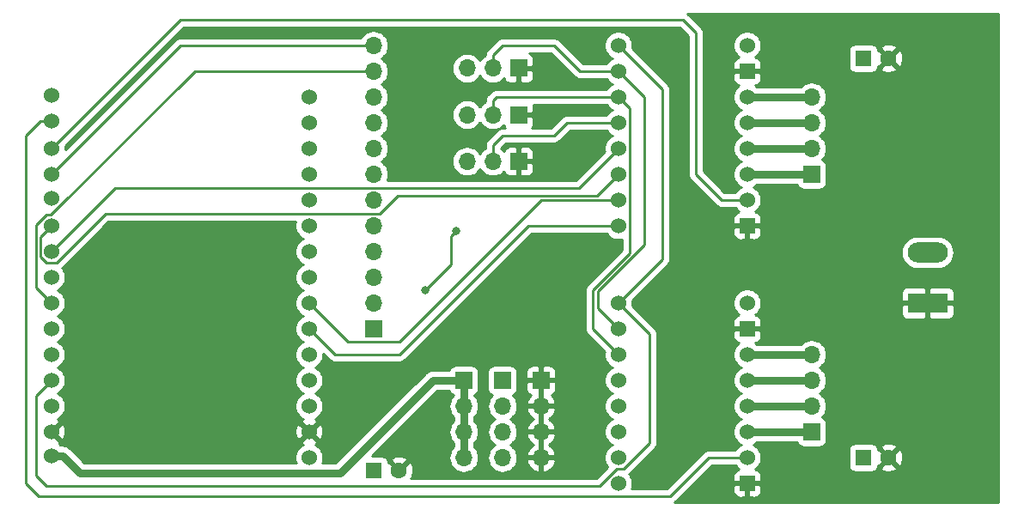
<source format=gbr>
G04 #@! TF.GenerationSoftware,KiCad,Pcbnew,5.1.4+dfsg1-1*
G04 #@! TF.CreationDate,2020-01-11T23:19:06+01:00*
G04 #@! TF.ProjectId,wbplotter,7762706c-6f74-4746-9572-2e6b69636164,rev?*
G04 #@! TF.SameCoordinates,Original*
G04 #@! TF.FileFunction,Copper,L1,Top*
G04 #@! TF.FilePolarity,Positive*
%FSLAX46Y46*%
G04 Gerber Fmt 4.6, Leading zero omitted, Abs format (unit mm)*
G04 Created by KiCad (PCBNEW 5.1.4+dfsg1-1) date 2020-01-11 23:19:06*
%MOMM*%
%LPD*%
G04 APERTURE LIST*
%ADD10C,1.524000*%
%ADD11R,1.524000X1.524000*%
%ADD12O,3.960000X1.980000*%
%ADD13R,3.960000X1.980000*%
%ADD14O,1.700000X1.700000*%
%ADD15R,1.700000X1.700000*%
%ADD16C,1.600000*%
%ADD17R,1.600000X1.600000*%
%ADD18C,0.800000*%
%ADD19C,0.250000*%
%ADD20C,0.800000*%
%ADD21C,0.254000*%
G04 APERTURE END LIST*
D10*
X123190000Y-106680000D03*
D11*
X123190000Y-109220000D03*
D10*
X123190000Y-111760000D03*
X123190000Y-114300000D03*
X123190000Y-116840000D03*
X123190000Y-119380000D03*
X123190000Y-121920000D03*
D11*
X123190000Y-124460000D03*
D10*
X110490000Y-124460000D03*
X110490000Y-121920000D03*
X110490000Y-119380000D03*
X110490000Y-116840000D03*
X110490000Y-114300000D03*
X110490000Y-111760000D03*
X110490000Y-109220000D03*
X110490000Y-106680000D03*
X123190000Y-132080000D03*
D11*
X123190000Y-134620000D03*
D10*
X123190000Y-137160000D03*
X123190000Y-139700000D03*
X123190000Y-142240000D03*
X123190000Y-144780000D03*
X123190000Y-147320000D03*
D11*
X123190000Y-149860000D03*
D10*
X110490000Y-149860000D03*
X110490000Y-147320000D03*
X110490000Y-144780000D03*
X110490000Y-142240000D03*
X110490000Y-139700000D03*
X110490000Y-137160000D03*
X110490000Y-134620000D03*
X110490000Y-132080000D03*
X54610000Y-147121130D03*
X54610000Y-144780000D03*
X54610000Y-142240000D03*
X54610000Y-139700000D03*
X54610000Y-137160000D03*
X54610000Y-134620000D03*
X54610000Y-132080000D03*
X54610000Y-129540000D03*
X54610000Y-127000000D03*
X54610000Y-124460000D03*
X54610000Y-121721130D03*
X54610000Y-119380000D03*
X54610000Y-116840000D03*
X54610000Y-114101130D03*
X54610000Y-111561130D03*
X80010000Y-111760000D03*
X80010000Y-114300000D03*
X80010000Y-116840000D03*
X80010000Y-119380000D03*
X80010000Y-121920000D03*
X80010000Y-124460000D03*
X80010000Y-127000000D03*
X80010000Y-129540000D03*
X80010000Y-132080000D03*
X80010000Y-134620000D03*
X80010000Y-137160000D03*
X80010000Y-139700000D03*
X80010000Y-142240000D03*
X80010000Y-144780000D03*
X80010000Y-147320000D03*
D12*
X140970000Y-127080000D03*
D13*
X140970000Y-132080000D03*
D14*
X129540000Y-111760000D03*
X129540000Y-114300000D03*
X129540000Y-116840000D03*
D15*
X129540000Y-119380000D03*
D14*
X129540000Y-137160000D03*
X129540000Y-139700000D03*
X129540000Y-142240000D03*
D15*
X129540000Y-144780000D03*
D14*
X95580000Y-118104759D03*
X98120000Y-118104759D03*
D15*
X100660000Y-118104759D03*
D14*
X95580000Y-113504759D03*
X98120000Y-113504759D03*
D15*
X100660000Y-113504759D03*
D14*
X95580000Y-108904759D03*
X98120000Y-108904759D03*
D15*
X100660000Y-108904759D03*
D14*
X102870000Y-147320000D03*
X102870000Y-144780000D03*
X102870000Y-142240000D03*
D15*
X102870000Y-139700000D03*
D14*
X99060000Y-147320000D03*
X99060000Y-144780000D03*
X99060000Y-142240000D03*
D15*
X99060000Y-139700000D03*
D14*
X95250000Y-147320000D03*
X95250000Y-144780000D03*
X95250000Y-142240000D03*
D15*
X95250000Y-139700000D03*
D14*
X86360000Y-106680000D03*
X86360000Y-109220000D03*
X86360000Y-111760000D03*
X86360000Y-114300000D03*
X86360000Y-116840000D03*
X86360000Y-119380000D03*
X86360000Y-121920000D03*
X86360000Y-124460000D03*
X86360000Y-127000000D03*
X86360000Y-129540000D03*
X86360000Y-132080000D03*
D15*
X86360000Y-134620000D03*
D16*
X137120000Y-147320000D03*
D17*
X134620000Y-147320000D03*
D16*
X137120000Y-107950000D03*
D17*
X134620000Y-107950000D03*
D16*
X88860000Y-148590000D03*
D17*
X86360000Y-148590000D03*
D18*
X104140000Y-113030000D03*
X104140000Y-109220000D03*
X94488000Y-124968000D03*
X91440000Y-130810000D03*
D19*
X93980000Y-128270000D02*
X91440000Y-130810000D01*
X94488000Y-124968000D02*
X93980000Y-125476000D01*
X93980000Y-125476000D02*
X93980000Y-128270000D01*
X67310000Y-106680000D02*
X54610000Y-119380000D01*
X86360000Y-106680000D02*
X67310000Y-106680000D01*
X53848001Y-131318001D02*
X54610000Y-132080000D01*
X53072989Y-130542989D02*
X53848001Y-131318001D01*
X53072989Y-124388249D02*
X53072989Y-130542989D01*
X54088239Y-123372999D02*
X53072989Y-124388249D01*
X54566893Y-123372999D02*
X54088239Y-123372999D01*
X68719892Y-109220000D02*
X54566893Y-123372999D01*
X86360000Y-109220000D02*
X68719892Y-109220000D01*
D20*
X95250000Y-139700000D02*
X95250000Y-147320000D01*
X92209998Y-139700000D02*
X93600000Y-139700000D01*
X83027997Y-148882001D02*
X92209998Y-139700000D01*
X57448501Y-148882001D02*
X83027997Y-148882001D01*
X93600000Y-139700000D02*
X95250000Y-139700000D01*
X55687630Y-147121130D02*
X57448501Y-148882001D01*
X54610000Y-147121130D02*
X55687630Y-147121130D01*
D19*
X98120000Y-108904759D02*
X98120000Y-107620000D01*
X98120000Y-107620000D02*
X99060000Y-106680000D01*
X99060000Y-106680000D02*
X104140000Y-106680000D01*
X106680000Y-109220000D02*
X110490000Y-109220000D01*
X104140000Y-106680000D02*
X106680000Y-109220000D01*
X113030000Y-126366410D02*
X113030000Y-111760000D01*
X108458000Y-130938410D02*
X113030000Y-126366410D01*
X113030000Y-111760000D02*
X110490000Y-109220000D01*
X110490000Y-134620000D02*
X108458000Y-132588000D01*
X108458000Y-132588000D02*
X108458000Y-130938410D01*
X98120000Y-113504759D02*
X98120000Y-112090000D01*
X98450000Y-111760000D02*
X110490000Y-111760000D01*
X98120000Y-112090000D02*
X98450000Y-111760000D01*
X111577001Y-112847001D02*
X111577001Y-127182999D01*
X111577001Y-127182999D02*
X107950000Y-130810000D01*
X110490000Y-111760000D02*
X111577001Y-112847001D01*
X107950000Y-130810000D02*
X107950000Y-134620000D01*
X109728001Y-136398001D02*
X110490000Y-137160000D01*
X107950000Y-134620000D02*
X109728001Y-136398001D01*
X98120000Y-118104759D02*
X98120000Y-116510000D01*
X98120000Y-116510000D02*
X99060000Y-115570000D01*
X99060000Y-115570000D02*
X104140000Y-115570000D01*
X110490000Y-114300000D02*
X105410000Y-114300000D01*
X105410000Y-114300000D02*
X104140000Y-115570000D01*
D20*
X123190000Y-137160000D02*
X129540000Y-137160000D01*
X129540000Y-139700000D02*
X123190000Y-139700000D01*
X123190000Y-142240000D02*
X129540000Y-142240000D01*
X129540000Y-144780000D02*
X123190000Y-144780000D01*
X123190000Y-111760000D02*
X129540000Y-111760000D01*
X129540000Y-114300000D02*
X123190000Y-114300000D01*
X123190000Y-116840000D02*
X129540000Y-116840000D01*
X129540000Y-119380000D02*
X123190000Y-119380000D01*
D19*
X111251999Y-107441999D02*
X110490000Y-106680000D01*
X114808000Y-110998000D02*
X111251999Y-107441999D01*
X114808000Y-127762000D02*
X114808000Y-110998000D01*
X110490000Y-132080000D02*
X114808000Y-127762000D01*
X113538000Y-135128000D02*
X110490000Y-132080000D01*
X113538000Y-145880762D02*
X113538000Y-135128000D01*
X111011761Y-148407001D02*
X113538000Y-145880762D01*
X110334237Y-148407001D02*
X111011761Y-148407001D01*
X54610000Y-139700000D02*
X53086000Y-141224000D01*
X53086000Y-141224000D02*
X53086000Y-149098000D01*
X53086000Y-149098000D02*
X54102000Y-150114000D01*
X54102000Y-150114000D02*
X108627238Y-150114000D01*
X108627238Y-150114000D02*
X110334237Y-148407001D01*
X55371999Y-126238001D02*
X54610000Y-127000000D01*
X60865001Y-120744999D02*
X55371999Y-126238001D01*
X106585001Y-120744999D02*
X60865001Y-120744999D01*
X110490000Y-116840000D02*
X106585001Y-120744999D01*
X53522999Y-125547001D02*
X53848001Y-125221999D01*
X53522999Y-127521761D02*
X53522999Y-125547001D01*
X54088239Y-128087001D02*
X53522999Y-127521761D01*
X55131761Y-128087001D02*
X54088239Y-128087001D01*
X59933763Y-123284999D02*
X55131761Y-128087001D01*
X53848001Y-125221999D02*
X54610000Y-124460000D01*
X86924001Y-123284999D02*
X59933763Y-123284999D01*
X88739009Y-121469991D02*
X86924001Y-123284999D01*
X108400009Y-121469991D02*
X88739009Y-121469991D01*
X110490000Y-119380000D02*
X108400009Y-121469991D01*
X123190000Y-121920000D02*
X121920000Y-121920000D01*
X121902999Y-121902999D02*
X120632999Y-121902999D01*
X121920000Y-121920000D02*
X121902999Y-121902999D01*
X120632999Y-121902999D02*
X118110000Y-119380000D01*
X118110000Y-119380000D02*
X118110000Y-105410000D01*
X118110000Y-105410000D02*
X116840000Y-104140000D01*
X67310000Y-104140000D02*
X54610000Y-116840000D01*
X116840000Y-104140000D02*
X67310000Y-104140000D01*
X123190000Y-147320000D02*
X119380000Y-147320000D01*
X119380000Y-147320000D02*
X117927001Y-148772999D01*
X107611238Y-151130000D02*
X57010108Y-151130000D01*
X57010108Y-151130000D02*
X53340000Y-151130000D01*
X53340000Y-151130000D02*
X52070000Y-149860000D01*
X52070000Y-149860000D02*
X52070000Y-116641130D01*
X52070000Y-116641130D02*
X52070000Y-115570000D01*
X53532370Y-114101130D02*
X52070000Y-115563500D01*
X54610000Y-114101130D02*
X53532370Y-114101130D01*
X107611238Y-151130000D02*
X115570000Y-151130000D01*
X115570000Y-151130000D02*
X118110000Y-148590000D01*
X102870000Y-121920000D02*
X88900000Y-135890000D01*
X110490000Y-121920000D02*
X102870000Y-121920000D01*
X83820000Y-135890000D02*
X80010000Y-132080000D01*
X88900000Y-135890000D02*
X83820000Y-135890000D01*
X110490000Y-124460000D02*
X101600000Y-124460000D01*
X101600000Y-124460000D02*
X88900000Y-137160000D01*
X88900000Y-137160000D02*
X82550000Y-137160000D01*
X82550000Y-137160000D02*
X80010000Y-134620000D01*
D21*
G36*
X147930000Y-151740000D02*
G01*
X116024707Y-151740000D01*
X116110001Y-151670001D01*
X116133804Y-151640997D01*
X117152801Y-150622000D01*
X121789928Y-150622000D01*
X121802188Y-150746482D01*
X121838498Y-150866180D01*
X121897463Y-150976494D01*
X121976815Y-151073185D01*
X122073506Y-151152537D01*
X122183820Y-151211502D01*
X122303518Y-151247812D01*
X122428000Y-151260072D01*
X122904250Y-151257000D01*
X123063000Y-151098250D01*
X123063000Y-149987000D01*
X123317000Y-149987000D01*
X123317000Y-151098250D01*
X123475750Y-151257000D01*
X123952000Y-151260072D01*
X124076482Y-151247812D01*
X124196180Y-151211502D01*
X124306494Y-151152537D01*
X124403185Y-151073185D01*
X124482537Y-150976494D01*
X124541502Y-150866180D01*
X124577812Y-150746482D01*
X124590072Y-150622000D01*
X124587000Y-150145750D01*
X124428250Y-149987000D01*
X123317000Y-149987000D01*
X123063000Y-149987000D01*
X121951750Y-149987000D01*
X121793000Y-150145750D01*
X121789928Y-150622000D01*
X117152801Y-150622000D01*
X118673799Y-149101004D01*
X118673807Y-149100994D01*
X119694802Y-148080000D01*
X122017659Y-148080000D01*
X122104880Y-148210535D01*
X122299465Y-148405120D01*
X122387465Y-148463920D01*
X122303518Y-148472188D01*
X122183820Y-148508498D01*
X122073506Y-148567463D01*
X121976815Y-148646815D01*
X121897463Y-148743506D01*
X121838498Y-148853820D01*
X121802188Y-148973518D01*
X121789928Y-149098000D01*
X121793000Y-149574250D01*
X121951750Y-149733000D01*
X123063000Y-149733000D01*
X123063000Y-149713000D01*
X123317000Y-149713000D01*
X123317000Y-149733000D01*
X124428250Y-149733000D01*
X124587000Y-149574250D01*
X124590072Y-149098000D01*
X124577812Y-148973518D01*
X124541502Y-148853820D01*
X124482537Y-148743506D01*
X124403185Y-148646815D01*
X124306494Y-148567463D01*
X124196180Y-148508498D01*
X124076482Y-148472188D01*
X123992535Y-148463920D01*
X124080535Y-148405120D01*
X124275120Y-148210535D01*
X124428005Y-147981727D01*
X124533314Y-147727490D01*
X124587000Y-147457592D01*
X124587000Y-147182408D01*
X124533314Y-146912510D01*
X124428005Y-146658273D01*
X124335614Y-146520000D01*
X133181928Y-146520000D01*
X133181928Y-148120000D01*
X133194188Y-148244482D01*
X133230498Y-148364180D01*
X133289463Y-148474494D01*
X133368815Y-148571185D01*
X133465506Y-148650537D01*
X133575820Y-148709502D01*
X133695518Y-148745812D01*
X133820000Y-148758072D01*
X135420000Y-148758072D01*
X135544482Y-148745812D01*
X135664180Y-148709502D01*
X135774494Y-148650537D01*
X135871185Y-148571185D01*
X135950537Y-148474494D01*
X136009502Y-148364180D01*
X136025117Y-148312702D01*
X136306903Y-148312702D01*
X136378486Y-148556671D01*
X136633996Y-148677571D01*
X136908184Y-148746300D01*
X137190512Y-148760217D01*
X137470130Y-148718787D01*
X137736292Y-148623603D01*
X137861514Y-148556671D01*
X137933097Y-148312702D01*
X137120000Y-147499605D01*
X136306903Y-148312702D01*
X136025117Y-148312702D01*
X136045812Y-148244482D01*
X136058072Y-148120000D01*
X136058072Y-148112785D01*
X136127298Y-148133097D01*
X136940395Y-147320000D01*
X137299605Y-147320000D01*
X138112702Y-148133097D01*
X138356671Y-148061514D01*
X138477571Y-147806004D01*
X138546300Y-147531816D01*
X138560217Y-147249488D01*
X138518787Y-146969870D01*
X138423603Y-146703708D01*
X138356671Y-146578486D01*
X138112702Y-146506903D01*
X137299605Y-147320000D01*
X136940395Y-147320000D01*
X136127298Y-146506903D01*
X136058072Y-146527215D01*
X136058072Y-146520000D01*
X136045812Y-146395518D01*
X136025118Y-146327298D01*
X136306903Y-146327298D01*
X137120000Y-147140395D01*
X137933097Y-146327298D01*
X137861514Y-146083329D01*
X137606004Y-145962429D01*
X137331816Y-145893700D01*
X137049488Y-145879783D01*
X136769870Y-145921213D01*
X136503708Y-146016397D01*
X136378486Y-146083329D01*
X136306903Y-146327298D01*
X136025118Y-146327298D01*
X136009502Y-146275820D01*
X135950537Y-146165506D01*
X135871185Y-146068815D01*
X135774494Y-145989463D01*
X135664180Y-145930498D01*
X135544482Y-145894188D01*
X135420000Y-145881928D01*
X133820000Y-145881928D01*
X133695518Y-145894188D01*
X133575820Y-145930498D01*
X133465506Y-145989463D01*
X133368815Y-146068815D01*
X133289463Y-146165506D01*
X133230498Y-146275820D01*
X133194188Y-146395518D01*
X133181928Y-146520000D01*
X124335614Y-146520000D01*
X124275120Y-146429465D01*
X124080535Y-146234880D01*
X123851727Y-146081995D01*
X123774485Y-146050000D01*
X123851727Y-146018005D01*
X124080535Y-145865120D01*
X124130655Y-145815000D01*
X128082546Y-145815000D01*
X128100498Y-145874180D01*
X128159463Y-145984494D01*
X128238815Y-146081185D01*
X128335506Y-146160537D01*
X128445820Y-146219502D01*
X128565518Y-146255812D01*
X128690000Y-146268072D01*
X130390000Y-146268072D01*
X130514482Y-146255812D01*
X130634180Y-146219502D01*
X130744494Y-146160537D01*
X130841185Y-146081185D01*
X130920537Y-145984494D01*
X130979502Y-145874180D01*
X131015812Y-145754482D01*
X131028072Y-145630000D01*
X131028072Y-143930000D01*
X131015812Y-143805518D01*
X130979502Y-143685820D01*
X130920537Y-143575506D01*
X130841185Y-143478815D01*
X130744494Y-143399463D01*
X130634180Y-143340498D01*
X130565313Y-143319607D01*
X130595134Y-143295134D01*
X130780706Y-143069014D01*
X130918599Y-142811034D01*
X131003513Y-142531111D01*
X131032185Y-142240000D01*
X131003513Y-141948889D01*
X130918599Y-141668966D01*
X130780706Y-141410986D01*
X130595134Y-141184866D01*
X130369014Y-140999294D01*
X130314209Y-140970000D01*
X130369014Y-140940706D01*
X130595134Y-140755134D01*
X130780706Y-140529014D01*
X130918599Y-140271034D01*
X131003513Y-139991111D01*
X131032185Y-139700000D01*
X131003513Y-139408889D01*
X130918599Y-139128966D01*
X130780706Y-138870986D01*
X130595134Y-138644866D01*
X130369014Y-138459294D01*
X130314209Y-138430000D01*
X130369014Y-138400706D01*
X130595134Y-138215134D01*
X130780706Y-137989014D01*
X130918599Y-137731034D01*
X131003513Y-137451111D01*
X131032185Y-137160000D01*
X131003513Y-136868889D01*
X130918599Y-136588966D01*
X130780706Y-136330986D01*
X130595134Y-136104866D01*
X130369014Y-135919294D01*
X130111034Y-135781401D01*
X129831111Y-135696487D01*
X129612950Y-135675000D01*
X129467050Y-135675000D01*
X129248889Y-135696487D01*
X128968966Y-135781401D01*
X128710986Y-135919294D01*
X128484866Y-136104866D01*
X128468342Y-136125000D01*
X124130655Y-136125000D01*
X124080535Y-136074880D01*
X123992535Y-136016080D01*
X124076482Y-136007812D01*
X124196180Y-135971502D01*
X124306494Y-135912537D01*
X124403185Y-135833185D01*
X124482537Y-135736494D01*
X124541502Y-135626180D01*
X124577812Y-135506482D01*
X124590072Y-135382000D01*
X124587000Y-134905750D01*
X124428250Y-134747000D01*
X123317000Y-134747000D01*
X123317000Y-134767000D01*
X123063000Y-134767000D01*
X123063000Y-134747000D01*
X121951750Y-134747000D01*
X121793000Y-134905750D01*
X121789928Y-135382000D01*
X121802188Y-135506482D01*
X121838498Y-135626180D01*
X121897463Y-135736494D01*
X121976815Y-135833185D01*
X122073506Y-135912537D01*
X122183820Y-135971502D01*
X122303518Y-136007812D01*
X122387465Y-136016080D01*
X122299465Y-136074880D01*
X122104880Y-136269465D01*
X121951995Y-136498273D01*
X121846686Y-136752510D01*
X121793000Y-137022408D01*
X121793000Y-137297592D01*
X121846686Y-137567490D01*
X121951995Y-137821727D01*
X122104880Y-138050535D01*
X122299465Y-138245120D01*
X122528273Y-138398005D01*
X122605515Y-138430000D01*
X122528273Y-138461995D01*
X122299465Y-138614880D01*
X122104880Y-138809465D01*
X121951995Y-139038273D01*
X121846686Y-139292510D01*
X121793000Y-139562408D01*
X121793000Y-139837592D01*
X121846686Y-140107490D01*
X121951995Y-140361727D01*
X122104880Y-140590535D01*
X122299465Y-140785120D01*
X122528273Y-140938005D01*
X122605515Y-140970000D01*
X122528273Y-141001995D01*
X122299465Y-141154880D01*
X122104880Y-141349465D01*
X121951995Y-141578273D01*
X121846686Y-141832510D01*
X121793000Y-142102408D01*
X121793000Y-142377592D01*
X121846686Y-142647490D01*
X121951995Y-142901727D01*
X122104880Y-143130535D01*
X122299465Y-143325120D01*
X122528273Y-143478005D01*
X122605515Y-143510000D01*
X122528273Y-143541995D01*
X122299465Y-143694880D01*
X122104880Y-143889465D01*
X121951995Y-144118273D01*
X121846686Y-144372510D01*
X121793000Y-144642408D01*
X121793000Y-144917592D01*
X121846686Y-145187490D01*
X121951995Y-145441727D01*
X122104880Y-145670535D01*
X122299465Y-145865120D01*
X122528273Y-146018005D01*
X122605515Y-146050000D01*
X122528273Y-146081995D01*
X122299465Y-146234880D01*
X122104880Y-146429465D01*
X122017659Y-146560000D01*
X119417323Y-146560000D01*
X119380000Y-146556324D01*
X119342677Y-146560000D01*
X119342667Y-146560000D01*
X119231014Y-146570997D01*
X119087753Y-146614454D01*
X118955723Y-146685026D01*
X118877813Y-146748966D01*
X118839999Y-146779999D01*
X118816201Y-146808997D01*
X117599006Y-148026193D01*
X117598996Y-148026201D01*
X115255199Y-150370000D01*
X111790853Y-150370000D01*
X111833314Y-150267490D01*
X111887000Y-149997592D01*
X111887000Y-149722408D01*
X111833314Y-149452510D01*
X111728005Y-149198273D01*
X111575120Y-148969465D01*
X111552165Y-148946510D01*
X111575565Y-148917998D01*
X114049009Y-146444556D01*
X114078001Y-146420763D01*
X114101795Y-146391770D01*
X114101799Y-146391766D01*
X114172973Y-146305039D01*
X114172974Y-146305038D01*
X114243546Y-146173009D01*
X114287003Y-146029748D01*
X114298000Y-145918095D01*
X114298000Y-145918086D01*
X114301676Y-145880763D01*
X114298000Y-145843440D01*
X114298000Y-135165323D01*
X114301676Y-135128000D01*
X114298000Y-135090677D01*
X114298000Y-135090667D01*
X114287003Y-134979014D01*
X114243546Y-134835753D01*
X114207858Y-134768986D01*
X114172974Y-134703723D01*
X114101799Y-134616997D01*
X114078001Y-134587999D01*
X114049003Y-134564201D01*
X113342802Y-133858000D01*
X121789928Y-133858000D01*
X121793000Y-134334250D01*
X121951750Y-134493000D01*
X123063000Y-134493000D01*
X123063000Y-134473000D01*
X123317000Y-134473000D01*
X123317000Y-134493000D01*
X124428250Y-134493000D01*
X124587000Y-134334250D01*
X124590072Y-133858000D01*
X124577812Y-133733518D01*
X124541502Y-133613820D01*
X124482537Y-133503506D01*
X124403185Y-133406815D01*
X124306494Y-133327463D01*
X124196180Y-133268498D01*
X124076482Y-133232188D01*
X123992535Y-133223920D01*
X124080535Y-133165120D01*
X124175655Y-133070000D01*
X138351928Y-133070000D01*
X138364188Y-133194482D01*
X138400498Y-133314180D01*
X138459463Y-133424494D01*
X138538815Y-133521185D01*
X138635506Y-133600537D01*
X138745820Y-133659502D01*
X138865518Y-133695812D01*
X138990000Y-133708072D01*
X140684250Y-133705000D01*
X140843000Y-133546250D01*
X140843000Y-132207000D01*
X141097000Y-132207000D01*
X141097000Y-133546250D01*
X141255750Y-133705000D01*
X142950000Y-133708072D01*
X143074482Y-133695812D01*
X143194180Y-133659502D01*
X143304494Y-133600537D01*
X143401185Y-133521185D01*
X143480537Y-133424494D01*
X143539502Y-133314180D01*
X143575812Y-133194482D01*
X143588072Y-133070000D01*
X143585000Y-132365750D01*
X143426250Y-132207000D01*
X141097000Y-132207000D01*
X140843000Y-132207000D01*
X138513750Y-132207000D01*
X138355000Y-132365750D01*
X138351928Y-133070000D01*
X124175655Y-133070000D01*
X124275120Y-132970535D01*
X124428005Y-132741727D01*
X124533314Y-132487490D01*
X124587000Y-132217592D01*
X124587000Y-131942408D01*
X124533314Y-131672510D01*
X124428005Y-131418273D01*
X124275120Y-131189465D01*
X124175655Y-131090000D01*
X138351928Y-131090000D01*
X138355000Y-131794250D01*
X138513750Y-131953000D01*
X140843000Y-131953000D01*
X140843000Y-130613750D01*
X141097000Y-130613750D01*
X141097000Y-131953000D01*
X143426250Y-131953000D01*
X143585000Y-131794250D01*
X143588072Y-131090000D01*
X143575812Y-130965518D01*
X143539502Y-130845820D01*
X143480537Y-130735506D01*
X143401185Y-130638815D01*
X143304494Y-130559463D01*
X143194180Y-130500498D01*
X143074482Y-130464188D01*
X142950000Y-130451928D01*
X141255750Y-130455000D01*
X141097000Y-130613750D01*
X140843000Y-130613750D01*
X140684250Y-130455000D01*
X138990000Y-130451928D01*
X138865518Y-130464188D01*
X138745820Y-130500498D01*
X138635506Y-130559463D01*
X138538815Y-130638815D01*
X138459463Y-130735506D01*
X138400498Y-130845820D01*
X138364188Y-130965518D01*
X138351928Y-131090000D01*
X124175655Y-131090000D01*
X124080535Y-130994880D01*
X123851727Y-130841995D01*
X123597490Y-130736686D01*
X123327592Y-130683000D01*
X123052408Y-130683000D01*
X122782510Y-130736686D01*
X122528273Y-130841995D01*
X122299465Y-130994880D01*
X122104880Y-131189465D01*
X121951995Y-131418273D01*
X121846686Y-131672510D01*
X121793000Y-131942408D01*
X121793000Y-132217592D01*
X121846686Y-132487490D01*
X121951995Y-132741727D01*
X122104880Y-132970535D01*
X122299465Y-133165120D01*
X122387465Y-133223920D01*
X122303518Y-133232188D01*
X122183820Y-133268498D01*
X122073506Y-133327463D01*
X121976815Y-133406815D01*
X121897463Y-133503506D01*
X121838498Y-133613820D01*
X121802188Y-133733518D01*
X121789928Y-133858000D01*
X113342802Y-133858000D01*
X111856372Y-132371571D01*
X111887000Y-132217592D01*
X111887000Y-131942408D01*
X111856372Y-131788429D01*
X115319004Y-128325798D01*
X115348001Y-128302001D01*
X115442974Y-128186276D01*
X115513546Y-128054247D01*
X115557003Y-127910986D01*
X115568000Y-127799333D01*
X115568000Y-127799324D01*
X115571676Y-127762001D01*
X115568000Y-127724678D01*
X115568000Y-127080000D01*
X138347138Y-127080000D01*
X138378513Y-127398556D01*
X138471432Y-127704869D01*
X138622325Y-127987170D01*
X138825392Y-128234608D01*
X139072830Y-128437675D01*
X139355131Y-128588568D01*
X139661444Y-128681487D01*
X139900176Y-128705000D01*
X142039824Y-128705000D01*
X142278556Y-128681487D01*
X142584869Y-128588568D01*
X142867170Y-128437675D01*
X143114608Y-128234608D01*
X143317675Y-127987170D01*
X143468568Y-127704869D01*
X143561487Y-127398556D01*
X143592862Y-127080000D01*
X143561487Y-126761444D01*
X143468568Y-126455131D01*
X143317675Y-126172830D01*
X143114608Y-125925392D01*
X142867170Y-125722325D01*
X142584869Y-125571432D01*
X142278556Y-125478513D01*
X142039824Y-125455000D01*
X139900176Y-125455000D01*
X139661444Y-125478513D01*
X139355131Y-125571432D01*
X139072830Y-125722325D01*
X138825392Y-125925392D01*
X138622325Y-126172830D01*
X138471432Y-126455131D01*
X138378513Y-126761444D01*
X138347138Y-127080000D01*
X115568000Y-127080000D01*
X115568000Y-125222000D01*
X121789928Y-125222000D01*
X121802188Y-125346482D01*
X121838498Y-125466180D01*
X121897463Y-125576494D01*
X121976815Y-125673185D01*
X122073506Y-125752537D01*
X122183820Y-125811502D01*
X122303518Y-125847812D01*
X122428000Y-125860072D01*
X122904250Y-125857000D01*
X123063000Y-125698250D01*
X123063000Y-124587000D01*
X123317000Y-124587000D01*
X123317000Y-125698250D01*
X123475750Y-125857000D01*
X123952000Y-125860072D01*
X124076482Y-125847812D01*
X124196180Y-125811502D01*
X124306494Y-125752537D01*
X124403185Y-125673185D01*
X124482537Y-125576494D01*
X124541502Y-125466180D01*
X124577812Y-125346482D01*
X124590072Y-125222000D01*
X124587000Y-124745750D01*
X124428250Y-124587000D01*
X123317000Y-124587000D01*
X123063000Y-124587000D01*
X121951750Y-124587000D01*
X121793000Y-124745750D01*
X121789928Y-125222000D01*
X115568000Y-125222000D01*
X115568000Y-111035323D01*
X115571676Y-110998000D01*
X115568000Y-110960677D01*
X115568000Y-110960667D01*
X115557003Y-110849014D01*
X115513546Y-110705753D01*
X115442974Y-110573724D01*
X115348001Y-110457999D01*
X115319003Y-110434201D01*
X111856372Y-106971571D01*
X111887000Y-106817592D01*
X111887000Y-106542408D01*
X111833314Y-106272510D01*
X111728005Y-106018273D01*
X111575120Y-105789465D01*
X111380535Y-105594880D01*
X111151727Y-105441995D01*
X110897490Y-105336686D01*
X110627592Y-105283000D01*
X110352408Y-105283000D01*
X110082510Y-105336686D01*
X109828273Y-105441995D01*
X109599465Y-105594880D01*
X109404880Y-105789465D01*
X109251995Y-106018273D01*
X109146686Y-106272510D01*
X109093000Y-106542408D01*
X109093000Y-106817592D01*
X109146686Y-107087490D01*
X109251995Y-107341727D01*
X109404880Y-107570535D01*
X109599465Y-107765120D01*
X109828273Y-107918005D01*
X109905515Y-107950000D01*
X109828273Y-107981995D01*
X109599465Y-108134880D01*
X109404880Y-108329465D01*
X109317659Y-108460000D01*
X106994803Y-108460000D01*
X104703804Y-106169003D01*
X104680001Y-106139999D01*
X104564276Y-106045026D01*
X104432247Y-105974454D01*
X104288986Y-105930997D01*
X104177333Y-105920000D01*
X104177322Y-105920000D01*
X104140000Y-105916324D01*
X104102678Y-105920000D01*
X99097325Y-105920000D01*
X99060000Y-105916324D01*
X99022675Y-105920000D01*
X99022667Y-105920000D01*
X98911014Y-105930997D01*
X98767753Y-105974454D01*
X98635724Y-106045026D01*
X98519999Y-106139999D01*
X98496201Y-106168997D01*
X97608998Y-107056201D01*
X97580000Y-107079999D01*
X97556202Y-107108997D01*
X97556201Y-107108998D01*
X97485026Y-107195724D01*
X97414454Y-107327754D01*
X97410216Y-107341727D01*
X97372745Y-107465257D01*
X97370998Y-107471015D01*
X97356324Y-107620000D01*
X97357178Y-107628673D01*
X97290986Y-107664053D01*
X97064866Y-107849625D01*
X96879294Y-108075745D01*
X96850000Y-108130550D01*
X96820706Y-108075745D01*
X96635134Y-107849625D01*
X96409014Y-107664053D01*
X96151034Y-107526160D01*
X95871111Y-107441246D01*
X95652950Y-107419759D01*
X95507050Y-107419759D01*
X95288889Y-107441246D01*
X95008966Y-107526160D01*
X94750986Y-107664053D01*
X94524866Y-107849625D01*
X94339294Y-108075745D01*
X94201401Y-108333725D01*
X94116487Y-108613648D01*
X94087815Y-108904759D01*
X94116487Y-109195870D01*
X94201401Y-109475793D01*
X94339294Y-109733773D01*
X94524866Y-109959893D01*
X94750986Y-110145465D01*
X95008966Y-110283358D01*
X95288889Y-110368272D01*
X95507050Y-110389759D01*
X95652950Y-110389759D01*
X95871111Y-110368272D01*
X96151034Y-110283358D01*
X96409014Y-110145465D01*
X96635134Y-109959893D01*
X96820706Y-109733773D01*
X96850000Y-109678968D01*
X96879294Y-109733773D01*
X97064866Y-109959893D01*
X97290986Y-110145465D01*
X97548966Y-110283358D01*
X97828889Y-110368272D01*
X98047050Y-110389759D01*
X98192950Y-110389759D01*
X98411111Y-110368272D01*
X98691034Y-110283358D01*
X98949014Y-110145465D01*
X99175134Y-109959893D01*
X99199607Y-109930072D01*
X99220498Y-109998939D01*
X99279463Y-110109253D01*
X99358815Y-110205944D01*
X99455506Y-110285296D01*
X99565820Y-110344261D01*
X99685518Y-110380571D01*
X99810000Y-110392831D01*
X100374250Y-110389759D01*
X100533000Y-110231009D01*
X100533000Y-109031759D01*
X100787000Y-109031759D01*
X100787000Y-110231009D01*
X100945750Y-110389759D01*
X101510000Y-110392831D01*
X101634482Y-110380571D01*
X101754180Y-110344261D01*
X101864494Y-110285296D01*
X101961185Y-110205944D01*
X102040537Y-110109253D01*
X102099502Y-109998939D01*
X102135812Y-109879241D01*
X102148072Y-109754759D01*
X102145000Y-109190509D01*
X101986250Y-109031759D01*
X100787000Y-109031759D01*
X100533000Y-109031759D01*
X100513000Y-109031759D01*
X100513000Y-108777759D01*
X100533000Y-108777759D01*
X100533000Y-108757759D01*
X100787000Y-108757759D01*
X100787000Y-108777759D01*
X101986250Y-108777759D01*
X102145000Y-108619009D01*
X102148072Y-108054759D01*
X102135812Y-107930277D01*
X102099502Y-107810579D01*
X102040537Y-107700265D01*
X101961185Y-107603574D01*
X101864494Y-107524222D01*
X101754180Y-107465257D01*
X101670919Y-107440000D01*
X103825199Y-107440000D01*
X106116205Y-109731008D01*
X106139999Y-109760001D01*
X106168992Y-109783795D01*
X106168996Y-109783799D01*
X106239685Y-109841811D01*
X106255724Y-109854974D01*
X106387753Y-109925546D01*
X106531014Y-109969003D01*
X106642667Y-109980000D01*
X106642676Y-109980000D01*
X106679999Y-109983676D01*
X106717322Y-109980000D01*
X109317659Y-109980000D01*
X109404880Y-110110535D01*
X109599465Y-110305120D01*
X109828273Y-110458005D01*
X109905515Y-110490000D01*
X109828273Y-110521995D01*
X109599465Y-110674880D01*
X109404880Y-110869465D01*
X109317659Y-111000000D01*
X98487322Y-111000000D01*
X98449999Y-110996324D01*
X98412676Y-111000000D01*
X98412667Y-111000000D01*
X98301014Y-111010997D01*
X98157753Y-111054454D01*
X98025724Y-111125026D01*
X97909999Y-111219999D01*
X97886202Y-111248996D01*
X97608997Y-111526201D01*
X97580000Y-111549999D01*
X97556202Y-111578997D01*
X97556201Y-111578998D01*
X97485026Y-111665724D01*
X97414454Y-111797754D01*
X97384180Y-111897558D01*
X97370998Y-111941014D01*
X97360042Y-112052247D01*
X97356324Y-112090000D01*
X97360001Y-112127332D01*
X97360001Y-112227164D01*
X97290986Y-112264053D01*
X97064866Y-112449625D01*
X96879294Y-112675745D01*
X96850000Y-112730550D01*
X96820706Y-112675745D01*
X96635134Y-112449625D01*
X96409014Y-112264053D01*
X96151034Y-112126160D01*
X95871111Y-112041246D01*
X95652950Y-112019759D01*
X95507050Y-112019759D01*
X95288889Y-112041246D01*
X95008966Y-112126160D01*
X94750986Y-112264053D01*
X94524866Y-112449625D01*
X94339294Y-112675745D01*
X94201401Y-112933725D01*
X94116487Y-113213648D01*
X94087815Y-113504759D01*
X94116487Y-113795870D01*
X94201401Y-114075793D01*
X94339294Y-114333773D01*
X94524866Y-114559893D01*
X94750986Y-114745465D01*
X95008966Y-114883358D01*
X95288889Y-114968272D01*
X95507050Y-114989759D01*
X95652950Y-114989759D01*
X95871111Y-114968272D01*
X96151034Y-114883358D01*
X96409014Y-114745465D01*
X96635134Y-114559893D01*
X96820706Y-114333773D01*
X96850000Y-114278968D01*
X96879294Y-114333773D01*
X97064866Y-114559893D01*
X97290986Y-114745465D01*
X97548966Y-114883358D01*
X97828889Y-114968272D01*
X98047050Y-114989759D01*
X98192950Y-114989759D01*
X98411111Y-114968272D01*
X98691034Y-114883358D01*
X98949014Y-114745465D01*
X99175134Y-114559893D01*
X99199607Y-114530072D01*
X99220498Y-114598939D01*
X99279463Y-114709253D01*
X99358815Y-114805944D01*
X99363757Y-114810000D01*
X99097325Y-114810000D01*
X99060000Y-114806324D01*
X99022675Y-114810000D01*
X99022667Y-114810000D01*
X98911014Y-114820997D01*
X98767753Y-114864454D01*
X98635724Y-114935026D01*
X98519999Y-115029999D01*
X98496201Y-115058997D01*
X97608998Y-115946201D01*
X97580000Y-115969999D01*
X97556202Y-115998997D01*
X97556201Y-115998998D01*
X97485026Y-116085724D01*
X97414454Y-116217754D01*
X97396924Y-116275546D01*
X97370998Y-116361014D01*
X97363956Y-116432510D01*
X97356324Y-116510000D01*
X97360001Y-116547332D01*
X97360001Y-116827164D01*
X97290986Y-116864053D01*
X97064866Y-117049625D01*
X96879294Y-117275745D01*
X96850000Y-117330550D01*
X96820706Y-117275745D01*
X96635134Y-117049625D01*
X96409014Y-116864053D01*
X96151034Y-116726160D01*
X95871111Y-116641246D01*
X95652950Y-116619759D01*
X95507050Y-116619759D01*
X95288889Y-116641246D01*
X95008966Y-116726160D01*
X94750986Y-116864053D01*
X94524866Y-117049625D01*
X94339294Y-117275745D01*
X94201401Y-117533725D01*
X94116487Y-117813648D01*
X94087815Y-118104759D01*
X94116487Y-118395870D01*
X94201401Y-118675793D01*
X94339294Y-118933773D01*
X94524866Y-119159893D01*
X94750986Y-119345465D01*
X95008966Y-119483358D01*
X95288889Y-119568272D01*
X95507050Y-119589759D01*
X95652950Y-119589759D01*
X95871111Y-119568272D01*
X96151034Y-119483358D01*
X96409014Y-119345465D01*
X96635134Y-119159893D01*
X96820706Y-118933773D01*
X96850000Y-118878968D01*
X96879294Y-118933773D01*
X97064866Y-119159893D01*
X97290986Y-119345465D01*
X97548966Y-119483358D01*
X97828889Y-119568272D01*
X98047050Y-119589759D01*
X98192950Y-119589759D01*
X98411111Y-119568272D01*
X98691034Y-119483358D01*
X98949014Y-119345465D01*
X99175134Y-119159893D01*
X99199607Y-119130072D01*
X99220498Y-119198939D01*
X99279463Y-119309253D01*
X99358815Y-119405944D01*
X99455506Y-119485296D01*
X99565820Y-119544261D01*
X99685518Y-119580571D01*
X99810000Y-119592831D01*
X100374250Y-119589759D01*
X100533000Y-119431009D01*
X100533000Y-118231759D01*
X100787000Y-118231759D01*
X100787000Y-119431009D01*
X100945750Y-119589759D01*
X101510000Y-119592831D01*
X101634482Y-119580571D01*
X101754180Y-119544261D01*
X101864494Y-119485296D01*
X101961185Y-119405944D01*
X102040537Y-119309253D01*
X102099502Y-119198939D01*
X102135812Y-119079241D01*
X102148072Y-118954759D01*
X102145000Y-118390509D01*
X101986250Y-118231759D01*
X100787000Y-118231759D01*
X100533000Y-118231759D01*
X100513000Y-118231759D01*
X100513000Y-117977759D01*
X100533000Y-117977759D01*
X100533000Y-116778509D01*
X100787000Y-116778509D01*
X100787000Y-117977759D01*
X101986250Y-117977759D01*
X102145000Y-117819009D01*
X102148072Y-117254759D01*
X102135812Y-117130277D01*
X102099502Y-117010579D01*
X102040537Y-116900265D01*
X101961185Y-116803574D01*
X101864494Y-116724222D01*
X101754180Y-116665257D01*
X101634482Y-116628947D01*
X101510000Y-116616687D01*
X100945750Y-116619759D01*
X100787000Y-116778509D01*
X100533000Y-116778509D01*
X100374250Y-116619759D01*
X99810000Y-116616687D01*
X99685518Y-116628947D01*
X99565820Y-116665257D01*
X99455506Y-116724222D01*
X99358815Y-116803574D01*
X99279463Y-116900265D01*
X99220498Y-117010579D01*
X99199607Y-117079446D01*
X99175134Y-117049625D01*
X98949014Y-116864053D01*
X98880000Y-116827164D01*
X98880000Y-116824801D01*
X99374802Y-116330000D01*
X104102678Y-116330000D01*
X104140000Y-116333676D01*
X104177322Y-116330000D01*
X104177333Y-116330000D01*
X104288986Y-116319003D01*
X104432247Y-116275546D01*
X104564276Y-116204974D01*
X104680001Y-116110001D01*
X104703804Y-116080997D01*
X105724802Y-115060000D01*
X109317659Y-115060000D01*
X109404880Y-115190535D01*
X109599465Y-115385120D01*
X109828273Y-115538005D01*
X109905515Y-115570000D01*
X109828273Y-115601995D01*
X109599465Y-115754880D01*
X109404880Y-115949465D01*
X109251995Y-116178273D01*
X109146686Y-116432510D01*
X109093000Y-116702408D01*
X109093000Y-116977592D01*
X109123628Y-117131570D01*
X106270200Y-119984999D01*
X87720444Y-119984999D01*
X87738599Y-119951034D01*
X87823513Y-119671111D01*
X87852185Y-119380000D01*
X87823513Y-119088889D01*
X87738599Y-118808966D01*
X87600706Y-118550986D01*
X87415134Y-118324866D01*
X87189014Y-118139294D01*
X87134209Y-118110000D01*
X87189014Y-118080706D01*
X87415134Y-117895134D01*
X87600706Y-117669014D01*
X87738599Y-117411034D01*
X87823513Y-117131111D01*
X87852185Y-116840000D01*
X87823513Y-116548889D01*
X87738599Y-116268966D01*
X87600706Y-116010986D01*
X87415134Y-115784866D01*
X87189014Y-115599294D01*
X87134209Y-115570000D01*
X87189014Y-115540706D01*
X87415134Y-115355134D01*
X87600706Y-115129014D01*
X87738599Y-114871034D01*
X87823513Y-114591111D01*
X87852185Y-114300000D01*
X87823513Y-114008889D01*
X87738599Y-113728966D01*
X87600706Y-113470986D01*
X87415134Y-113244866D01*
X87189014Y-113059294D01*
X87134209Y-113030000D01*
X87189014Y-113000706D01*
X87415134Y-112815134D01*
X87600706Y-112589014D01*
X87738599Y-112331034D01*
X87823513Y-112051111D01*
X87852185Y-111760000D01*
X87823513Y-111468889D01*
X87738599Y-111188966D01*
X87600706Y-110930986D01*
X87415134Y-110704866D01*
X87189014Y-110519294D01*
X87134209Y-110490000D01*
X87189014Y-110460706D01*
X87415134Y-110275134D01*
X87600706Y-110049014D01*
X87738599Y-109791034D01*
X87823513Y-109511111D01*
X87852185Y-109220000D01*
X87823513Y-108928889D01*
X87738599Y-108648966D01*
X87600706Y-108390986D01*
X87415134Y-108164866D01*
X87189014Y-107979294D01*
X87134209Y-107950000D01*
X87189014Y-107920706D01*
X87415134Y-107735134D01*
X87600706Y-107509014D01*
X87738599Y-107251034D01*
X87823513Y-106971111D01*
X87852185Y-106680000D01*
X87823513Y-106388889D01*
X87738599Y-106108966D01*
X87600706Y-105850986D01*
X87415134Y-105624866D01*
X87189014Y-105439294D01*
X86931034Y-105301401D01*
X86651111Y-105216487D01*
X86432950Y-105195000D01*
X86287050Y-105195000D01*
X86068889Y-105216487D01*
X85788966Y-105301401D01*
X85530986Y-105439294D01*
X85304866Y-105624866D01*
X85119294Y-105850986D01*
X85082405Y-105920000D01*
X67347322Y-105920000D01*
X67309999Y-105916324D01*
X67272676Y-105920000D01*
X67272667Y-105920000D01*
X67161014Y-105930997D01*
X67017753Y-105974454D01*
X66885724Y-106045026D01*
X66769999Y-106139999D01*
X66746201Y-106168997D01*
X56007000Y-116908199D01*
X56007000Y-116702408D01*
X55976372Y-116548429D01*
X67624802Y-104900000D01*
X116525199Y-104900000D01*
X117350001Y-105724803D01*
X117350000Y-119342678D01*
X117346324Y-119380000D01*
X117350000Y-119417322D01*
X117350000Y-119417332D01*
X117360997Y-119528985D01*
X117404110Y-119671111D01*
X117404454Y-119672246D01*
X117475026Y-119804276D01*
X117514871Y-119852826D01*
X117569999Y-119920001D01*
X117599003Y-119943804D01*
X120069204Y-122414007D01*
X120092998Y-122443000D01*
X120121991Y-122466794D01*
X120121995Y-122466798D01*
X120188435Y-122521323D01*
X120208723Y-122537973D01*
X120340752Y-122608545D01*
X120484013Y-122652002D01*
X120595666Y-122662999D01*
X120595675Y-122662999D01*
X120632998Y-122666675D01*
X120670321Y-122662999D01*
X121751221Y-122662999D01*
X121771014Y-122669003D01*
X121882667Y-122680000D01*
X121882677Y-122680000D01*
X121919999Y-122683676D01*
X121957322Y-122680000D01*
X122017659Y-122680000D01*
X122104880Y-122810535D01*
X122299465Y-123005120D01*
X122387465Y-123063920D01*
X122303518Y-123072188D01*
X122183820Y-123108498D01*
X122073506Y-123167463D01*
X121976815Y-123246815D01*
X121897463Y-123343506D01*
X121838498Y-123453820D01*
X121802188Y-123573518D01*
X121789928Y-123698000D01*
X121793000Y-124174250D01*
X121951750Y-124333000D01*
X123063000Y-124333000D01*
X123063000Y-124313000D01*
X123317000Y-124313000D01*
X123317000Y-124333000D01*
X124428250Y-124333000D01*
X124587000Y-124174250D01*
X124590072Y-123698000D01*
X124577812Y-123573518D01*
X124541502Y-123453820D01*
X124482537Y-123343506D01*
X124403185Y-123246815D01*
X124306494Y-123167463D01*
X124196180Y-123108498D01*
X124076482Y-123072188D01*
X123992535Y-123063920D01*
X124080535Y-123005120D01*
X124275120Y-122810535D01*
X124428005Y-122581727D01*
X124533314Y-122327490D01*
X124587000Y-122057592D01*
X124587000Y-121782408D01*
X124533314Y-121512510D01*
X124428005Y-121258273D01*
X124275120Y-121029465D01*
X124080535Y-120834880D01*
X123851727Y-120681995D01*
X123774485Y-120650000D01*
X123851727Y-120618005D01*
X124080535Y-120465120D01*
X124130655Y-120415000D01*
X128082546Y-120415000D01*
X128100498Y-120474180D01*
X128159463Y-120584494D01*
X128238815Y-120681185D01*
X128335506Y-120760537D01*
X128445820Y-120819502D01*
X128565518Y-120855812D01*
X128690000Y-120868072D01*
X130390000Y-120868072D01*
X130514482Y-120855812D01*
X130634180Y-120819502D01*
X130744494Y-120760537D01*
X130841185Y-120681185D01*
X130920537Y-120584494D01*
X130979502Y-120474180D01*
X131015812Y-120354482D01*
X131028072Y-120230000D01*
X131028072Y-118530000D01*
X131015812Y-118405518D01*
X130979502Y-118285820D01*
X130920537Y-118175506D01*
X130841185Y-118078815D01*
X130744494Y-117999463D01*
X130634180Y-117940498D01*
X130565313Y-117919607D01*
X130595134Y-117895134D01*
X130780706Y-117669014D01*
X130918599Y-117411034D01*
X131003513Y-117131111D01*
X131032185Y-116840000D01*
X131003513Y-116548889D01*
X130918599Y-116268966D01*
X130780706Y-116010986D01*
X130595134Y-115784866D01*
X130369014Y-115599294D01*
X130314209Y-115570000D01*
X130369014Y-115540706D01*
X130595134Y-115355134D01*
X130780706Y-115129014D01*
X130918599Y-114871034D01*
X131003513Y-114591111D01*
X131032185Y-114300000D01*
X131003513Y-114008889D01*
X130918599Y-113728966D01*
X130780706Y-113470986D01*
X130595134Y-113244866D01*
X130369014Y-113059294D01*
X130314209Y-113030000D01*
X130369014Y-113000706D01*
X130595134Y-112815134D01*
X130780706Y-112589014D01*
X130918599Y-112331034D01*
X131003513Y-112051111D01*
X131032185Y-111760000D01*
X131003513Y-111468889D01*
X130918599Y-111188966D01*
X130780706Y-110930986D01*
X130595134Y-110704866D01*
X130369014Y-110519294D01*
X130111034Y-110381401D01*
X129831111Y-110296487D01*
X129612950Y-110275000D01*
X129467050Y-110275000D01*
X129248889Y-110296487D01*
X128968966Y-110381401D01*
X128710986Y-110519294D01*
X128484866Y-110704866D01*
X128468342Y-110725000D01*
X124130655Y-110725000D01*
X124080535Y-110674880D01*
X123992535Y-110616080D01*
X124076482Y-110607812D01*
X124196180Y-110571502D01*
X124306494Y-110512537D01*
X124403185Y-110433185D01*
X124482537Y-110336494D01*
X124541502Y-110226180D01*
X124577812Y-110106482D01*
X124590072Y-109982000D01*
X124587000Y-109505750D01*
X124428250Y-109347000D01*
X123317000Y-109347000D01*
X123317000Y-109367000D01*
X123063000Y-109367000D01*
X123063000Y-109347000D01*
X121951750Y-109347000D01*
X121793000Y-109505750D01*
X121789928Y-109982000D01*
X121802188Y-110106482D01*
X121838498Y-110226180D01*
X121897463Y-110336494D01*
X121976815Y-110433185D01*
X122073506Y-110512537D01*
X122183820Y-110571502D01*
X122303518Y-110607812D01*
X122387465Y-110616080D01*
X122299465Y-110674880D01*
X122104880Y-110869465D01*
X121951995Y-111098273D01*
X121846686Y-111352510D01*
X121793000Y-111622408D01*
X121793000Y-111897592D01*
X121846686Y-112167490D01*
X121951995Y-112421727D01*
X122104880Y-112650535D01*
X122299465Y-112845120D01*
X122528273Y-112998005D01*
X122605515Y-113030000D01*
X122528273Y-113061995D01*
X122299465Y-113214880D01*
X122104880Y-113409465D01*
X121951995Y-113638273D01*
X121846686Y-113892510D01*
X121793000Y-114162408D01*
X121793000Y-114437592D01*
X121846686Y-114707490D01*
X121951995Y-114961727D01*
X122104880Y-115190535D01*
X122299465Y-115385120D01*
X122528273Y-115538005D01*
X122605515Y-115570000D01*
X122528273Y-115601995D01*
X122299465Y-115754880D01*
X122104880Y-115949465D01*
X121951995Y-116178273D01*
X121846686Y-116432510D01*
X121793000Y-116702408D01*
X121793000Y-116977592D01*
X121846686Y-117247490D01*
X121951995Y-117501727D01*
X122104880Y-117730535D01*
X122299465Y-117925120D01*
X122528273Y-118078005D01*
X122605515Y-118110000D01*
X122528273Y-118141995D01*
X122299465Y-118294880D01*
X122104880Y-118489465D01*
X121951995Y-118718273D01*
X121846686Y-118972510D01*
X121793000Y-119242408D01*
X121793000Y-119517592D01*
X121846686Y-119787490D01*
X121951995Y-120041727D01*
X122104880Y-120270535D01*
X122299465Y-120465120D01*
X122528273Y-120618005D01*
X122605515Y-120650000D01*
X122528273Y-120681995D01*
X122299465Y-120834880D01*
X122104880Y-121029465D01*
X122023543Y-121151195D01*
X121940332Y-121142999D01*
X121940321Y-121142999D01*
X121902999Y-121139323D01*
X121865677Y-121142999D01*
X120947802Y-121142999D01*
X118870000Y-119065199D01*
X118870000Y-108458000D01*
X121789928Y-108458000D01*
X121793000Y-108934250D01*
X121951750Y-109093000D01*
X123063000Y-109093000D01*
X123063000Y-109073000D01*
X123317000Y-109073000D01*
X123317000Y-109093000D01*
X124428250Y-109093000D01*
X124587000Y-108934250D01*
X124590072Y-108458000D01*
X124577812Y-108333518D01*
X124541502Y-108213820D01*
X124482537Y-108103506D01*
X124403185Y-108006815D01*
X124306494Y-107927463D01*
X124196180Y-107868498D01*
X124076482Y-107832188D01*
X123992535Y-107823920D01*
X124080535Y-107765120D01*
X124275120Y-107570535D01*
X124428005Y-107341727D01*
X124507421Y-107150000D01*
X133181928Y-107150000D01*
X133181928Y-108750000D01*
X133194188Y-108874482D01*
X133230498Y-108994180D01*
X133289463Y-109104494D01*
X133368815Y-109201185D01*
X133465506Y-109280537D01*
X133575820Y-109339502D01*
X133695518Y-109375812D01*
X133820000Y-109388072D01*
X135420000Y-109388072D01*
X135544482Y-109375812D01*
X135664180Y-109339502D01*
X135774494Y-109280537D01*
X135871185Y-109201185D01*
X135950537Y-109104494D01*
X136009502Y-108994180D01*
X136025117Y-108942702D01*
X136306903Y-108942702D01*
X136378486Y-109186671D01*
X136633996Y-109307571D01*
X136908184Y-109376300D01*
X137190512Y-109390217D01*
X137470130Y-109348787D01*
X137736292Y-109253603D01*
X137861514Y-109186671D01*
X137933097Y-108942702D01*
X137120000Y-108129605D01*
X136306903Y-108942702D01*
X136025117Y-108942702D01*
X136045812Y-108874482D01*
X136058072Y-108750000D01*
X136058072Y-108742785D01*
X136127298Y-108763097D01*
X136940395Y-107950000D01*
X137299605Y-107950000D01*
X138112702Y-108763097D01*
X138356671Y-108691514D01*
X138477571Y-108436004D01*
X138546300Y-108161816D01*
X138560217Y-107879488D01*
X138518787Y-107599870D01*
X138423603Y-107333708D01*
X138356671Y-107208486D01*
X138112702Y-107136903D01*
X137299605Y-107950000D01*
X136940395Y-107950000D01*
X136127298Y-107136903D01*
X136058072Y-107157215D01*
X136058072Y-107150000D01*
X136045812Y-107025518D01*
X136025118Y-106957298D01*
X136306903Y-106957298D01*
X137120000Y-107770395D01*
X137933097Y-106957298D01*
X137861514Y-106713329D01*
X137606004Y-106592429D01*
X137331816Y-106523700D01*
X137049488Y-106509783D01*
X136769870Y-106551213D01*
X136503708Y-106646397D01*
X136378486Y-106713329D01*
X136306903Y-106957298D01*
X136025118Y-106957298D01*
X136009502Y-106905820D01*
X135950537Y-106795506D01*
X135871185Y-106698815D01*
X135774494Y-106619463D01*
X135664180Y-106560498D01*
X135544482Y-106524188D01*
X135420000Y-106511928D01*
X133820000Y-106511928D01*
X133695518Y-106524188D01*
X133575820Y-106560498D01*
X133465506Y-106619463D01*
X133368815Y-106698815D01*
X133289463Y-106795506D01*
X133230498Y-106905820D01*
X133194188Y-107025518D01*
X133181928Y-107150000D01*
X124507421Y-107150000D01*
X124533314Y-107087490D01*
X124587000Y-106817592D01*
X124587000Y-106542408D01*
X124533314Y-106272510D01*
X124428005Y-106018273D01*
X124275120Y-105789465D01*
X124080535Y-105594880D01*
X123851727Y-105441995D01*
X123597490Y-105336686D01*
X123327592Y-105283000D01*
X123052408Y-105283000D01*
X122782510Y-105336686D01*
X122528273Y-105441995D01*
X122299465Y-105594880D01*
X122104880Y-105789465D01*
X121951995Y-106018273D01*
X121846686Y-106272510D01*
X121793000Y-106542408D01*
X121793000Y-106817592D01*
X121846686Y-107087490D01*
X121951995Y-107341727D01*
X122104880Y-107570535D01*
X122299465Y-107765120D01*
X122387465Y-107823920D01*
X122303518Y-107832188D01*
X122183820Y-107868498D01*
X122073506Y-107927463D01*
X121976815Y-108006815D01*
X121897463Y-108103506D01*
X121838498Y-108213820D01*
X121802188Y-108333518D01*
X121789928Y-108458000D01*
X118870000Y-108458000D01*
X118870000Y-105447322D01*
X118873676Y-105409999D01*
X118870000Y-105372676D01*
X118870000Y-105372667D01*
X118859003Y-105261014D01*
X118815546Y-105117753D01*
X118744974Y-104985724D01*
X118650001Y-104869999D01*
X118621003Y-104846201D01*
X117403804Y-103629003D01*
X117380001Y-103599999D01*
X117294707Y-103530000D01*
X147930001Y-103530000D01*
X147930000Y-151740000D01*
X147930000Y-151740000D01*
G37*
X147930000Y-151740000D02*
X116024707Y-151740000D01*
X116110001Y-151670001D01*
X116133804Y-151640997D01*
X117152801Y-150622000D01*
X121789928Y-150622000D01*
X121802188Y-150746482D01*
X121838498Y-150866180D01*
X121897463Y-150976494D01*
X121976815Y-151073185D01*
X122073506Y-151152537D01*
X122183820Y-151211502D01*
X122303518Y-151247812D01*
X122428000Y-151260072D01*
X122904250Y-151257000D01*
X123063000Y-151098250D01*
X123063000Y-149987000D01*
X123317000Y-149987000D01*
X123317000Y-151098250D01*
X123475750Y-151257000D01*
X123952000Y-151260072D01*
X124076482Y-151247812D01*
X124196180Y-151211502D01*
X124306494Y-151152537D01*
X124403185Y-151073185D01*
X124482537Y-150976494D01*
X124541502Y-150866180D01*
X124577812Y-150746482D01*
X124590072Y-150622000D01*
X124587000Y-150145750D01*
X124428250Y-149987000D01*
X123317000Y-149987000D01*
X123063000Y-149987000D01*
X121951750Y-149987000D01*
X121793000Y-150145750D01*
X121789928Y-150622000D01*
X117152801Y-150622000D01*
X118673799Y-149101004D01*
X118673807Y-149100994D01*
X119694802Y-148080000D01*
X122017659Y-148080000D01*
X122104880Y-148210535D01*
X122299465Y-148405120D01*
X122387465Y-148463920D01*
X122303518Y-148472188D01*
X122183820Y-148508498D01*
X122073506Y-148567463D01*
X121976815Y-148646815D01*
X121897463Y-148743506D01*
X121838498Y-148853820D01*
X121802188Y-148973518D01*
X121789928Y-149098000D01*
X121793000Y-149574250D01*
X121951750Y-149733000D01*
X123063000Y-149733000D01*
X123063000Y-149713000D01*
X123317000Y-149713000D01*
X123317000Y-149733000D01*
X124428250Y-149733000D01*
X124587000Y-149574250D01*
X124590072Y-149098000D01*
X124577812Y-148973518D01*
X124541502Y-148853820D01*
X124482537Y-148743506D01*
X124403185Y-148646815D01*
X124306494Y-148567463D01*
X124196180Y-148508498D01*
X124076482Y-148472188D01*
X123992535Y-148463920D01*
X124080535Y-148405120D01*
X124275120Y-148210535D01*
X124428005Y-147981727D01*
X124533314Y-147727490D01*
X124587000Y-147457592D01*
X124587000Y-147182408D01*
X124533314Y-146912510D01*
X124428005Y-146658273D01*
X124335614Y-146520000D01*
X133181928Y-146520000D01*
X133181928Y-148120000D01*
X133194188Y-148244482D01*
X133230498Y-148364180D01*
X133289463Y-148474494D01*
X133368815Y-148571185D01*
X133465506Y-148650537D01*
X133575820Y-148709502D01*
X133695518Y-148745812D01*
X133820000Y-148758072D01*
X135420000Y-148758072D01*
X135544482Y-148745812D01*
X135664180Y-148709502D01*
X135774494Y-148650537D01*
X135871185Y-148571185D01*
X135950537Y-148474494D01*
X136009502Y-148364180D01*
X136025117Y-148312702D01*
X136306903Y-148312702D01*
X136378486Y-148556671D01*
X136633996Y-148677571D01*
X136908184Y-148746300D01*
X137190512Y-148760217D01*
X137470130Y-148718787D01*
X137736292Y-148623603D01*
X137861514Y-148556671D01*
X137933097Y-148312702D01*
X137120000Y-147499605D01*
X136306903Y-148312702D01*
X136025117Y-148312702D01*
X136045812Y-148244482D01*
X136058072Y-148120000D01*
X136058072Y-148112785D01*
X136127298Y-148133097D01*
X136940395Y-147320000D01*
X137299605Y-147320000D01*
X138112702Y-148133097D01*
X138356671Y-148061514D01*
X138477571Y-147806004D01*
X138546300Y-147531816D01*
X138560217Y-147249488D01*
X138518787Y-146969870D01*
X138423603Y-146703708D01*
X138356671Y-146578486D01*
X138112702Y-146506903D01*
X137299605Y-147320000D01*
X136940395Y-147320000D01*
X136127298Y-146506903D01*
X136058072Y-146527215D01*
X136058072Y-146520000D01*
X136045812Y-146395518D01*
X136025118Y-146327298D01*
X136306903Y-146327298D01*
X137120000Y-147140395D01*
X137933097Y-146327298D01*
X137861514Y-146083329D01*
X137606004Y-145962429D01*
X137331816Y-145893700D01*
X137049488Y-145879783D01*
X136769870Y-145921213D01*
X136503708Y-146016397D01*
X136378486Y-146083329D01*
X136306903Y-146327298D01*
X136025118Y-146327298D01*
X136009502Y-146275820D01*
X135950537Y-146165506D01*
X135871185Y-146068815D01*
X135774494Y-145989463D01*
X135664180Y-145930498D01*
X135544482Y-145894188D01*
X135420000Y-145881928D01*
X133820000Y-145881928D01*
X133695518Y-145894188D01*
X133575820Y-145930498D01*
X133465506Y-145989463D01*
X133368815Y-146068815D01*
X133289463Y-146165506D01*
X133230498Y-146275820D01*
X133194188Y-146395518D01*
X133181928Y-146520000D01*
X124335614Y-146520000D01*
X124275120Y-146429465D01*
X124080535Y-146234880D01*
X123851727Y-146081995D01*
X123774485Y-146050000D01*
X123851727Y-146018005D01*
X124080535Y-145865120D01*
X124130655Y-145815000D01*
X128082546Y-145815000D01*
X128100498Y-145874180D01*
X128159463Y-145984494D01*
X128238815Y-146081185D01*
X128335506Y-146160537D01*
X128445820Y-146219502D01*
X128565518Y-146255812D01*
X128690000Y-146268072D01*
X130390000Y-146268072D01*
X130514482Y-146255812D01*
X130634180Y-146219502D01*
X130744494Y-146160537D01*
X130841185Y-146081185D01*
X130920537Y-145984494D01*
X130979502Y-145874180D01*
X131015812Y-145754482D01*
X131028072Y-145630000D01*
X131028072Y-143930000D01*
X131015812Y-143805518D01*
X130979502Y-143685820D01*
X130920537Y-143575506D01*
X130841185Y-143478815D01*
X130744494Y-143399463D01*
X130634180Y-143340498D01*
X130565313Y-143319607D01*
X130595134Y-143295134D01*
X130780706Y-143069014D01*
X130918599Y-142811034D01*
X131003513Y-142531111D01*
X131032185Y-142240000D01*
X131003513Y-141948889D01*
X130918599Y-141668966D01*
X130780706Y-141410986D01*
X130595134Y-141184866D01*
X130369014Y-140999294D01*
X130314209Y-140970000D01*
X130369014Y-140940706D01*
X130595134Y-140755134D01*
X130780706Y-140529014D01*
X130918599Y-140271034D01*
X131003513Y-139991111D01*
X131032185Y-139700000D01*
X131003513Y-139408889D01*
X130918599Y-139128966D01*
X130780706Y-138870986D01*
X130595134Y-138644866D01*
X130369014Y-138459294D01*
X130314209Y-138430000D01*
X130369014Y-138400706D01*
X130595134Y-138215134D01*
X130780706Y-137989014D01*
X130918599Y-137731034D01*
X131003513Y-137451111D01*
X131032185Y-137160000D01*
X131003513Y-136868889D01*
X130918599Y-136588966D01*
X130780706Y-136330986D01*
X130595134Y-136104866D01*
X130369014Y-135919294D01*
X130111034Y-135781401D01*
X129831111Y-135696487D01*
X129612950Y-135675000D01*
X129467050Y-135675000D01*
X129248889Y-135696487D01*
X128968966Y-135781401D01*
X128710986Y-135919294D01*
X128484866Y-136104866D01*
X128468342Y-136125000D01*
X124130655Y-136125000D01*
X124080535Y-136074880D01*
X123992535Y-136016080D01*
X124076482Y-136007812D01*
X124196180Y-135971502D01*
X124306494Y-135912537D01*
X124403185Y-135833185D01*
X124482537Y-135736494D01*
X124541502Y-135626180D01*
X124577812Y-135506482D01*
X124590072Y-135382000D01*
X124587000Y-134905750D01*
X124428250Y-134747000D01*
X123317000Y-134747000D01*
X123317000Y-134767000D01*
X123063000Y-134767000D01*
X123063000Y-134747000D01*
X121951750Y-134747000D01*
X121793000Y-134905750D01*
X121789928Y-135382000D01*
X121802188Y-135506482D01*
X121838498Y-135626180D01*
X121897463Y-135736494D01*
X121976815Y-135833185D01*
X122073506Y-135912537D01*
X122183820Y-135971502D01*
X122303518Y-136007812D01*
X122387465Y-136016080D01*
X122299465Y-136074880D01*
X122104880Y-136269465D01*
X121951995Y-136498273D01*
X121846686Y-136752510D01*
X121793000Y-137022408D01*
X121793000Y-137297592D01*
X121846686Y-137567490D01*
X121951995Y-137821727D01*
X122104880Y-138050535D01*
X122299465Y-138245120D01*
X122528273Y-138398005D01*
X122605515Y-138430000D01*
X122528273Y-138461995D01*
X122299465Y-138614880D01*
X122104880Y-138809465D01*
X121951995Y-139038273D01*
X121846686Y-139292510D01*
X121793000Y-139562408D01*
X121793000Y-139837592D01*
X121846686Y-140107490D01*
X121951995Y-140361727D01*
X122104880Y-140590535D01*
X122299465Y-140785120D01*
X122528273Y-140938005D01*
X122605515Y-140970000D01*
X122528273Y-141001995D01*
X122299465Y-141154880D01*
X122104880Y-141349465D01*
X121951995Y-141578273D01*
X121846686Y-141832510D01*
X121793000Y-142102408D01*
X121793000Y-142377592D01*
X121846686Y-142647490D01*
X121951995Y-142901727D01*
X122104880Y-143130535D01*
X122299465Y-143325120D01*
X122528273Y-143478005D01*
X122605515Y-143510000D01*
X122528273Y-143541995D01*
X122299465Y-143694880D01*
X122104880Y-143889465D01*
X121951995Y-144118273D01*
X121846686Y-144372510D01*
X121793000Y-144642408D01*
X121793000Y-144917592D01*
X121846686Y-145187490D01*
X121951995Y-145441727D01*
X122104880Y-145670535D01*
X122299465Y-145865120D01*
X122528273Y-146018005D01*
X122605515Y-146050000D01*
X122528273Y-146081995D01*
X122299465Y-146234880D01*
X122104880Y-146429465D01*
X122017659Y-146560000D01*
X119417323Y-146560000D01*
X119380000Y-146556324D01*
X119342677Y-146560000D01*
X119342667Y-146560000D01*
X119231014Y-146570997D01*
X119087753Y-146614454D01*
X118955723Y-146685026D01*
X118877813Y-146748966D01*
X118839999Y-146779999D01*
X118816201Y-146808997D01*
X117599006Y-148026193D01*
X117598996Y-148026201D01*
X115255199Y-150370000D01*
X111790853Y-150370000D01*
X111833314Y-150267490D01*
X111887000Y-149997592D01*
X111887000Y-149722408D01*
X111833314Y-149452510D01*
X111728005Y-149198273D01*
X111575120Y-148969465D01*
X111552165Y-148946510D01*
X111575565Y-148917998D01*
X114049009Y-146444556D01*
X114078001Y-146420763D01*
X114101795Y-146391770D01*
X114101799Y-146391766D01*
X114172973Y-146305039D01*
X114172974Y-146305038D01*
X114243546Y-146173009D01*
X114287003Y-146029748D01*
X114298000Y-145918095D01*
X114298000Y-145918086D01*
X114301676Y-145880763D01*
X114298000Y-145843440D01*
X114298000Y-135165323D01*
X114301676Y-135128000D01*
X114298000Y-135090677D01*
X114298000Y-135090667D01*
X114287003Y-134979014D01*
X114243546Y-134835753D01*
X114207858Y-134768986D01*
X114172974Y-134703723D01*
X114101799Y-134616997D01*
X114078001Y-134587999D01*
X114049003Y-134564201D01*
X113342802Y-133858000D01*
X121789928Y-133858000D01*
X121793000Y-134334250D01*
X121951750Y-134493000D01*
X123063000Y-134493000D01*
X123063000Y-134473000D01*
X123317000Y-134473000D01*
X123317000Y-134493000D01*
X124428250Y-134493000D01*
X124587000Y-134334250D01*
X124590072Y-133858000D01*
X124577812Y-133733518D01*
X124541502Y-133613820D01*
X124482537Y-133503506D01*
X124403185Y-133406815D01*
X124306494Y-133327463D01*
X124196180Y-133268498D01*
X124076482Y-133232188D01*
X123992535Y-133223920D01*
X124080535Y-133165120D01*
X124175655Y-133070000D01*
X138351928Y-133070000D01*
X138364188Y-133194482D01*
X138400498Y-133314180D01*
X138459463Y-133424494D01*
X138538815Y-133521185D01*
X138635506Y-133600537D01*
X138745820Y-133659502D01*
X138865518Y-133695812D01*
X138990000Y-133708072D01*
X140684250Y-133705000D01*
X140843000Y-133546250D01*
X140843000Y-132207000D01*
X141097000Y-132207000D01*
X141097000Y-133546250D01*
X141255750Y-133705000D01*
X142950000Y-133708072D01*
X143074482Y-133695812D01*
X143194180Y-133659502D01*
X143304494Y-133600537D01*
X143401185Y-133521185D01*
X143480537Y-133424494D01*
X143539502Y-133314180D01*
X143575812Y-133194482D01*
X143588072Y-133070000D01*
X143585000Y-132365750D01*
X143426250Y-132207000D01*
X141097000Y-132207000D01*
X140843000Y-132207000D01*
X138513750Y-132207000D01*
X138355000Y-132365750D01*
X138351928Y-133070000D01*
X124175655Y-133070000D01*
X124275120Y-132970535D01*
X124428005Y-132741727D01*
X124533314Y-132487490D01*
X124587000Y-132217592D01*
X124587000Y-131942408D01*
X124533314Y-131672510D01*
X124428005Y-131418273D01*
X124275120Y-131189465D01*
X124175655Y-131090000D01*
X138351928Y-131090000D01*
X138355000Y-131794250D01*
X138513750Y-131953000D01*
X140843000Y-131953000D01*
X140843000Y-130613750D01*
X141097000Y-130613750D01*
X141097000Y-131953000D01*
X143426250Y-131953000D01*
X143585000Y-131794250D01*
X143588072Y-131090000D01*
X143575812Y-130965518D01*
X143539502Y-130845820D01*
X143480537Y-130735506D01*
X143401185Y-130638815D01*
X143304494Y-130559463D01*
X143194180Y-130500498D01*
X143074482Y-130464188D01*
X142950000Y-130451928D01*
X141255750Y-130455000D01*
X141097000Y-130613750D01*
X140843000Y-130613750D01*
X140684250Y-130455000D01*
X138990000Y-130451928D01*
X138865518Y-130464188D01*
X138745820Y-130500498D01*
X138635506Y-130559463D01*
X138538815Y-130638815D01*
X138459463Y-130735506D01*
X138400498Y-130845820D01*
X138364188Y-130965518D01*
X138351928Y-131090000D01*
X124175655Y-131090000D01*
X124080535Y-130994880D01*
X123851727Y-130841995D01*
X123597490Y-130736686D01*
X123327592Y-130683000D01*
X123052408Y-130683000D01*
X122782510Y-130736686D01*
X122528273Y-130841995D01*
X122299465Y-130994880D01*
X122104880Y-131189465D01*
X121951995Y-131418273D01*
X121846686Y-131672510D01*
X121793000Y-131942408D01*
X121793000Y-132217592D01*
X121846686Y-132487490D01*
X121951995Y-132741727D01*
X122104880Y-132970535D01*
X122299465Y-133165120D01*
X122387465Y-133223920D01*
X122303518Y-133232188D01*
X122183820Y-133268498D01*
X122073506Y-133327463D01*
X121976815Y-133406815D01*
X121897463Y-133503506D01*
X121838498Y-133613820D01*
X121802188Y-133733518D01*
X121789928Y-133858000D01*
X113342802Y-133858000D01*
X111856372Y-132371571D01*
X111887000Y-132217592D01*
X111887000Y-131942408D01*
X111856372Y-131788429D01*
X115319004Y-128325798D01*
X115348001Y-128302001D01*
X115442974Y-128186276D01*
X115513546Y-128054247D01*
X115557003Y-127910986D01*
X115568000Y-127799333D01*
X115568000Y-127799324D01*
X115571676Y-127762001D01*
X115568000Y-127724678D01*
X115568000Y-127080000D01*
X138347138Y-127080000D01*
X138378513Y-127398556D01*
X138471432Y-127704869D01*
X138622325Y-127987170D01*
X138825392Y-128234608D01*
X139072830Y-128437675D01*
X139355131Y-128588568D01*
X139661444Y-128681487D01*
X139900176Y-128705000D01*
X142039824Y-128705000D01*
X142278556Y-128681487D01*
X142584869Y-128588568D01*
X142867170Y-128437675D01*
X143114608Y-128234608D01*
X143317675Y-127987170D01*
X143468568Y-127704869D01*
X143561487Y-127398556D01*
X143592862Y-127080000D01*
X143561487Y-126761444D01*
X143468568Y-126455131D01*
X143317675Y-126172830D01*
X143114608Y-125925392D01*
X142867170Y-125722325D01*
X142584869Y-125571432D01*
X142278556Y-125478513D01*
X142039824Y-125455000D01*
X139900176Y-125455000D01*
X139661444Y-125478513D01*
X139355131Y-125571432D01*
X139072830Y-125722325D01*
X138825392Y-125925392D01*
X138622325Y-126172830D01*
X138471432Y-126455131D01*
X138378513Y-126761444D01*
X138347138Y-127080000D01*
X115568000Y-127080000D01*
X115568000Y-125222000D01*
X121789928Y-125222000D01*
X121802188Y-125346482D01*
X121838498Y-125466180D01*
X121897463Y-125576494D01*
X121976815Y-125673185D01*
X122073506Y-125752537D01*
X122183820Y-125811502D01*
X122303518Y-125847812D01*
X122428000Y-125860072D01*
X122904250Y-125857000D01*
X123063000Y-125698250D01*
X123063000Y-124587000D01*
X123317000Y-124587000D01*
X123317000Y-125698250D01*
X123475750Y-125857000D01*
X123952000Y-125860072D01*
X124076482Y-125847812D01*
X124196180Y-125811502D01*
X124306494Y-125752537D01*
X124403185Y-125673185D01*
X124482537Y-125576494D01*
X124541502Y-125466180D01*
X124577812Y-125346482D01*
X124590072Y-125222000D01*
X124587000Y-124745750D01*
X124428250Y-124587000D01*
X123317000Y-124587000D01*
X123063000Y-124587000D01*
X121951750Y-124587000D01*
X121793000Y-124745750D01*
X121789928Y-125222000D01*
X115568000Y-125222000D01*
X115568000Y-111035323D01*
X115571676Y-110998000D01*
X115568000Y-110960677D01*
X115568000Y-110960667D01*
X115557003Y-110849014D01*
X115513546Y-110705753D01*
X115442974Y-110573724D01*
X115348001Y-110457999D01*
X115319003Y-110434201D01*
X111856372Y-106971571D01*
X111887000Y-106817592D01*
X111887000Y-106542408D01*
X111833314Y-106272510D01*
X111728005Y-106018273D01*
X111575120Y-105789465D01*
X111380535Y-105594880D01*
X111151727Y-105441995D01*
X110897490Y-105336686D01*
X110627592Y-105283000D01*
X110352408Y-105283000D01*
X110082510Y-105336686D01*
X109828273Y-105441995D01*
X109599465Y-105594880D01*
X109404880Y-105789465D01*
X109251995Y-106018273D01*
X109146686Y-106272510D01*
X109093000Y-106542408D01*
X109093000Y-106817592D01*
X109146686Y-107087490D01*
X109251995Y-107341727D01*
X109404880Y-107570535D01*
X109599465Y-107765120D01*
X109828273Y-107918005D01*
X109905515Y-107950000D01*
X109828273Y-107981995D01*
X109599465Y-108134880D01*
X109404880Y-108329465D01*
X109317659Y-108460000D01*
X106994803Y-108460000D01*
X104703804Y-106169003D01*
X104680001Y-106139999D01*
X104564276Y-106045026D01*
X104432247Y-105974454D01*
X104288986Y-105930997D01*
X104177333Y-105920000D01*
X104177322Y-105920000D01*
X104140000Y-105916324D01*
X104102678Y-105920000D01*
X99097325Y-105920000D01*
X99060000Y-105916324D01*
X99022675Y-105920000D01*
X99022667Y-105920000D01*
X98911014Y-105930997D01*
X98767753Y-105974454D01*
X98635724Y-106045026D01*
X98519999Y-106139999D01*
X98496201Y-106168997D01*
X97608998Y-107056201D01*
X97580000Y-107079999D01*
X97556202Y-107108997D01*
X97556201Y-107108998D01*
X97485026Y-107195724D01*
X97414454Y-107327754D01*
X97410216Y-107341727D01*
X97372745Y-107465257D01*
X97370998Y-107471015D01*
X97356324Y-107620000D01*
X97357178Y-107628673D01*
X97290986Y-107664053D01*
X97064866Y-107849625D01*
X96879294Y-108075745D01*
X96850000Y-108130550D01*
X96820706Y-108075745D01*
X96635134Y-107849625D01*
X96409014Y-107664053D01*
X96151034Y-107526160D01*
X95871111Y-107441246D01*
X95652950Y-107419759D01*
X95507050Y-107419759D01*
X95288889Y-107441246D01*
X95008966Y-107526160D01*
X94750986Y-107664053D01*
X94524866Y-107849625D01*
X94339294Y-108075745D01*
X94201401Y-108333725D01*
X94116487Y-108613648D01*
X94087815Y-108904759D01*
X94116487Y-109195870D01*
X94201401Y-109475793D01*
X94339294Y-109733773D01*
X94524866Y-109959893D01*
X94750986Y-110145465D01*
X95008966Y-110283358D01*
X95288889Y-110368272D01*
X95507050Y-110389759D01*
X95652950Y-110389759D01*
X95871111Y-110368272D01*
X96151034Y-110283358D01*
X96409014Y-110145465D01*
X96635134Y-109959893D01*
X96820706Y-109733773D01*
X96850000Y-109678968D01*
X96879294Y-109733773D01*
X97064866Y-109959893D01*
X97290986Y-110145465D01*
X97548966Y-110283358D01*
X97828889Y-110368272D01*
X98047050Y-110389759D01*
X98192950Y-110389759D01*
X98411111Y-110368272D01*
X98691034Y-110283358D01*
X98949014Y-110145465D01*
X99175134Y-109959893D01*
X99199607Y-109930072D01*
X99220498Y-109998939D01*
X99279463Y-110109253D01*
X99358815Y-110205944D01*
X99455506Y-110285296D01*
X99565820Y-110344261D01*
X99685518Y-110380571D01*
X99810000Y-110392831D01*
X100374250Y-110389759D01*
X100533000Y-110231009D01*
X100533000Y-109031759D01*
X100787000Y-109031759D01*
X100787000Y-110231009D01*
X100945750Y-110389759D01*
X101510000Y-110392831D01*
X101634482Y-110380571D01*
X101754180Y-110344261D01*
X101864494Y-110285296D01*
X101961185Y-110205944D01*
X102040537Y-110109253D01*
X102099502Y-109998939D01*
X102135812Y-109879241D01*
X102148072Y-109754759D01*
X102145000Y-109190509D01*
X101986250Y-109031759D01*
X100787000Y-109031759D01*
X100533000Y-109031759D01*
X100513000Y-109031759D01*
X100513000Y-108777759D01*
X100533000Y-108777759D01*
X100533000Y-108757759D01*
X100787000Y-108757759D01*
X100787000Y-108777759D01*
X101986250Y-108777759D01*
X102145000Y-108619009D01*
X102148072Y-108054759D01*
X102135812Y-107930277D01*
X102099502Y-107810579D01*
X102040537Y-107700265D01*
X101961185Y-107603574D01*
X101864494Y-107524222D01*
X101754180Y-107465257D01*
X101670919Y-107440000D01*
X103825199Y-107440000D01*
X106116205Y-109731008D01*
X106139999Y-109760001D01*
X106168992Y-109783795D01*
X106168996Y-109783799D01*
X106239685Y-109841811D01*
X106255724Y-109854974D01*
X106387753Y-109925546D01*
X106531014Y-109969003D01*
X106642667Y-109980000D01*
X106642676Y-109980000D01*
X106679999Y-109983676D01*
X106717322Y-109980000D01*
X109317659Y-109980000D01*
X109404880Y-110110535D01*
X109599465Y-110305120D01*
X109828273Y-110458005D01*
X109905515Y-110490000D01*
X109828273Y-110521995D01*
X109599465Y-110674880D01*
X109404880Y-110869465D01*
X109317659Y-111000000D01*
X98487322Y-111000000D01*
X98449999Y-110996324D01*
X98412676Y-111000000D01*
X98412667Y-111000000D01*
X98301014Y-111010997D01*
X98157753Y-111054454D01*
X98025724Y-111125026D01*
X97909999Y-111219999D01*
X97886202Y-111248996D01*
X97608997Y-111526201D01*
X97580000Y-111549999D01*
X97556202Y-111578997D01*
X97556201Y-111578998D01*
X97485026Y-111665724D01*
X97414454Y-111797754D01*
X97384180Y-111897558D01*
X97370998Y-111941014D01*
X97360042Y-112052247D01*
X97356324Y-112090000D01*
X97360001Y-112127332D01*
X97360001Y-112227164D01*
X97290986Y-112264053D01*
X97064866Y-112449625D01*
X96879294Y-112675745D01*
X96850000Y-112730550D01*
X96820706Y-112675745D01*
X96635134Y-112449625D01*
X96409014Y-112264053D01*
X96151034Y-112126160D01*
X95871111Y-112041246D01*
X95652950Y-112019759D01*
X95507050Y-112019759D01*
X95288889Y-112041246D01*
X95008966Y-112126160D01*
X94750986Y-112264053D01*
X94524866Y-112449625D01*
X94339294Y-112675745D01*
X94201401Y-112933725D01*
X94116487Y-113213648D01*
X94087815Y-113504759D01*
X94116487Y-113795870D01*
X94201401Y-114075793D01*
X94339294Y-114333773D01*
X94524866Y-114559893D01*
X94750986Y-114745465D01*
X95008966Y-114883358D01*
X95288889Y-114968272D01*
X95507050Y-114989759D01*
X95652950Y-114989759D01*
X95871111Y-114968272D01*
X96151034Y-114883358D01*
X96409014Y-114745465D01*
X96635134Y-114559893D01*
X96820706Y-114333773D01*
X96850000Y-114278968D01*
X96879294Y-114333773D01*
X97064866Y-114559893D01*
X97290986Y-114745465D01*
X97548966Y-114883358D01*
X97828889Y-114968272D01*
X98047050Y-114989759D01*
X98192950Y-114989759D01*
X98411111Y-114968272D01*
X98691034Y-114883358D01*
X98949014Y-114745465D01*
X99175134Y-114559893D01*
X99199607Y-114530072D01*
X99220498Y-114598939D01*
X99279463Y-114709253D01*
X99358815Y-114805944D01*
X99363757Y-114810000D01*
X99097325Y-114810000D01*
X99060000Y-114806324D01*
X99022675Y-114810000D01*
X99022667Y-114810000D01*
X98911014Y-114820997D01*
X98767753Y-114864454D01*
X98635724Y-114935026D01*
X98519999Y-115029999D01*
X98496201Y-115058997D01*
X97608998Y-115946201D01*
X97580000Y-115969999D01*
X97556202Y-115998997D01*
X97556201Y-115998998D01*
X97485026Y-116085724D01*
X97414454Y-116217754D01*
X97396924Y-116275546D01*
X97370998Y-116361014D01*
X97363956Y-116432510D01*
X97356324Y-116510000D01*
X97360001Y-116547332D01*
X97360001Y-116827164D01*
X97290986Y-116864053D01*
X97064866Y-117049625D01*
X96879294Y-117275745D01*
X96850000Y-117330550D01*
X96820706Y-117275745D01*
X96635134Y-117049625D01*
X96409014Y-116864053D01*
X96151034Y-116726160D01*
X95871111Y-116641246D01*
X95652950Y-116619759D01*
X95507050Y-116619759D01*
X95288889Y-116641246D01*
X95008966Y-116726160D01*
X94750986Y-116864053D01*
X94524866Y-117049625D01*
X94339294Y-117275745D01*
X94201401Y-117533725D01*
X94116487Y-117813648D01*
X94087815Y-118104759D01*
X94116487Y-118395870D01*
X94201401Y-118675793D01*
X94339294Y-118933773D01*
X94524866Y-119159893D01*
X94750986Y-119345465D01*
X95008966Y-119483358D01*
X95288889Y-119568272D01*
X95507050Y-119589759D01*
X95652950Y-119589759D01*
X95871111Y-119568272D01*
X96151034Y-119483358D01*
X96409014Y-119345465D01*
X96635134Y-119159893D01*
X96820706Y-118933773D01*
X96850000Y-118878968D01*
X96879294Y-118933773D01*
X97064866Y-119159893D01*
X97290986Y-119345465D01*
X97548966Y-119483358D01*
X97828889Y-119568272D01*
X98047050Y-119589759D01*
X98192950Y-119589759D01*
X98411111Y-119568272D01*
X98691034Y-119483358D01*
X98949014Y-119345465D01*
X99175134Y-119159893D01*
X99199607Y-119130072D01*
X99220498Y-119198939D01*
X99279463Y-119309253D01*
X99358815Y-119405944D01*
X99455506Y-119485296D01*
X99565820Y-119544261D01*
X99685518Y-119580571D01*
X99810000Y-119592831D01*
X100374250Y-119589759D01*
X100533000Y-119431009D01*
X100533000Y-118231759D01*
X100787000Y-118231759D01*
X100787000Y-119431009D01*
X100945750Y-119589759D01*
X101510000Y-119592831D01*
X101634482Y-119580571D01*
X101754180Y-119544261D01*
X101864494Y-119485296D01*
X101961185Y-119405944D01*
X102040537Y-119309253D01*
X102099502Y-119198939D01*
X102135812Y-119079241D01*
X102148072Y-118954759D01*
X102145000Y-118390509D01*
X101986250Y-118231759D01*
X100787000Y-118231759D01*
X100533000Y-118231759D01*
X100513000Y-118231759D01*
X100513000Y-117977759D01*
X100533000Y-117977759D01*
X100533000Y-116778509D01*
X100787000Y-116778509D01*
X100787000Y-117977759D01*
X101986250Y-117977759D01*
X102145000Y-117819009D01*
X102148072Y-117254759D01*
X102135812Y-117130277D01*
X102099502Y-117010579D01*
X102040537Y-116900265D01*
X101961185Y-116803574D01*
X101864494Y-116724222D01*
X101754180Y-116665257D01*
X101634482Y-116628947D01*
X101510000Y-116616687D01*
X100945750Y-116619759D01*
X100787000Y-116778509D01*
X100533000Y-116778509D01*
X100374250Y-116619759D01*
X99810000Y-116616687D01*
X99685518Y-116628947D01*
X99565820Y-116665257D01*
X99455506Y-116724222D01*
X99358815Y-116803574D01*
X99279463Y-116900265D01*
X99220498Y-117010579D01*
X99199607Y-117079446D01*
X99175134Y-117049625D01*
X98949014Y-116864053D01*
X98880000Y-116827164D01*
X98880000Y-116824801D01*
X99374802Y-116330000D01*
X104102678Y-116330000D01*
X104140000Y-116333676D01*
X104177322Y-116330000D01*
X104177333Y-116330000D01*
X104288986Y-116319003D01*
X104432247Y-116275546D01*
X104564276Y-116204974D01*
X104680001Y-116110001D01*
X104703804Y-116080997D01*
X105724802Y-115060000D01*
X109317659Y-115060000D01*
X109404880Y-115190535D01*
X109599465Y-115385120D01*
X109828273Y-115538005D01*
X109905515Y-115570000D01*
X109828273Y-115601995D01*
X109599465Y-115754880D01*
X109404880Y-115949465D01*
X109251995Y-116178273D01*
X109146686Y-116432510D01*
X109093000Y-116702408D01*
X109093000Y-116977592D01*
X109123628Y-117131570D01*
X106270200Y-119984999D01*
X87720444Y-119984999D01*
X87738599Y-119951034D01*
X87823513Y-119671111D01*
X87852185Y-119380000D01*
X87823513Y-119088889D01*
X87738599Y-118808966D01*
X87600706Y-118550986D01*
X87415134Y-118324866D01*
X87189014Y-118139294D01*
X87134209Y-118110000D01*
X87189014Y-118080706D01*
X87415134Y-117895134D01*
X87600706Y-117669014D01*
X87738599Y-117411034D01*
X87823513Y-117131111D01*
X87852185Y-116840000D01*
X87823513Y-116548889D01*
X87738599Y-116268966D01*
X87600706Y-116010986D01*
X87415134Y-115784866D01*
X87189014Y-115599294D01*
X87134209Y-115570000D01*
X87189014Y-115540706D01*
X87415134Y-115355134D01*
X87600706Y-115129014D01*
X87738599Y-114871034D01*
X87823513Y-114591111D01*
X87852185Y-114300000D01*
X87823513Y-114008889D01*
X87738599Y-113728966D01*
X87600706Y-113470986D01*
X87415134Y-113244866D01*
X87189014Y-113059294D01*
X87134209Y-113030000D01*
X87189014Y-113000706D01*
X87415134Y-112815134D01*
X87600706Y-112589014D01*
X87738599Y-112331034D01*
X87823513Y-112051111D01*
X87852185Y-111760000D01*
X87823513Y-111468889D01*
X87738599Y-111188966D01*
X87600706Y-110930986D01*
X87415134Y-110704866D01*
X87189014Y-110519294D01*
X87134209Y-110490000D01*
X87189014Y-110460706D01*
X87415134Y-110275134D01*
X87600706Y-110049014D01*
X87738599Y-109791034D01*
X87823513Y-109511111D01*
X87852185Y-109220000D01*
X87823513Y-108928889D01*
X87738599Y-108648966D01*
X87600706Y-108390986D01*
X87415134Y-108164866D01*
X87189014Y-107979294D01*
X87134209Y-107950000D01*
X87189014Y-107920706D01*
X87415134Y-107735134D01*
X87600706Y-107509014D01*
X87738599Y-107251034D01*
X87823513Y-106971111D01*
X87852185Y-106680000D01*
X87823513Y-106388889D01*
X87738599Y-106108966D01*
X87600706Y-105850986D01*
X87415134Y-105624866D01*
X87189014Y-105439294D01*
X86931034Y-105301401D01*
X86651111Y-105216487D01*
X86432950Y-105195000D01*
X86287050Y-105195000D01*
X86068889Y-105216487D01*
X85788966Y-105301401D01*
X85530986Y-105439294D01*
X85304866Y-105624866D01*
X85119294Y-105850986D01*
X85082405Y-105920000D01*
X67347322Y-105920000D01*
X67309999Y-105916324D01*
X67272676Y-105920000D01*
X67272667Y-105920000D01*
X67161014Y-105930997D01*
X67017753Y-105974454D01*
X66885724Y-106045026D01*
X66769999Y-106139999D01*
X66746201Y-106168997D01*
X56007000Y-116908199D01*
X56007000Y-116702408D01*
X55976372Y-116548429D01*
X67624802Y-104900000D01*
X116525199Y-104900000D01*
X117350001Y-105724803D01*
X117350000Y-119342678D01*
X117346324Y-119380000D01*
X117350000Y-119417322D01*
X117350000Y-119417332D01*
X117360997Y-119528985D01*
X117404110Y-119671111D01*
X117404454Y-119672246D01*
X117475026Y-119804276D01*
X117514871Y-119852826D01*
X117569999Y-119920001D01*
X117599003Y-119943804D01*
X120069204Y-122414007D01*
X120092998Y-122443000D01*
X120121991Y-122466794D01*
X120121995Y-122466798D01*
X120188435Y-122521323D01*
X120208723Y-122537973D01*
X120340752Y-122608545D01*
X120484013Y-122652002D01*
X120595666Y-122662999D01*
X120595675Y-122662999D01*
X120632998Y-122666675D01*
X120670321Y-122662999D01*
X121751221Y-122662999D01*
X121771014Y-122669003D01*
X121882667Y-122680000D01*
X121882677Y-122680000D01*
X121919999Y-122683676D01*
X121957322Y-122680000D01*
X122017659Y-122680000D01*
X122104880Y-122810535D01*
X122299465Y-123005120D01*
X122387465Y-123063920D01*
X122303518Y-123072188D01*
X122183820Y-123108498D01*
X122073506Y-123167463D01*
X121976815Y-123246815D01*
X121897463Y-123343506D01*
X121838498Y-123453820D01*
X121802188Y-123573518D01*
X121789928Y-123698000D01*
X121793000Y-124174250D01*
X121951750Y-124333000D01*
X123063000Y-124333000D01*
X123063000Y-124313000D01*
X123317000Y-124313000D01*
X123317000Y-124333000D01*
X124428250Y-124333000D01*
X124587000Y-124174250D01*
X124590072Y-123698000D01*
X124577812Y-123573518D01*
X124541502Y-123453820D01*
X124482537Y-123343506D01*
X124403185Y-123246815D01*
X124306494Y-123167463D01*
X124196180Y-123108498D01*
X124076482Y-123072188D01*
X123992535Y-123063920D01*
X124080535Y-123005120D01*
X124275120Y-122810535D01*
X124428005Y-122581727D01*
X124533314Y-122327490D01*
X124587000Y-122057592D01*
X124587000Y-121782408D01*
X124533314Y-121512510D01*
X124428005Y-121258273D01*
X124275120Y-121029465D01*
X124080535Y-120834880D01*
X123851727Y-120681995D01*
X123774485Y-120650000D01*
X123851727Y-120618005D01*
X124080535Y-120465120D01*
X124130655Y-120415000D01*
X128082546Y-120415000D01*
X128100498Y-120474180D01*
X128159463Y-120584494D01*
X128238815Y-120681185D01*
X128335506Y-120760537D01*
X128445820Y-120819502D01*
X128565518Y-120855812D01*
X128690000Y-120868072D01*
X130390000Y-120868072D01*
X130514482Y-120855812D01*
X130634180Y-120819502D01*
X130744494Y-120760537D01*
X130841185Y-120681185D01*
X130920537Y-120584494D01*
X130979502Y-120474180D01*
X131015812Y-120354482D01*
X131028072Y-120230000D01*
X131028072Y-118530000D01*
X131015812Y-118405518D01*
X130979502Y-118285820D01*
X130920537Y-118175506D01*
X130841185Y-118078815D01*
X130744494Y-117999463D01*
X130634180Y-117940498D01*
X130565313Y-117919607D01*
X130595134Y-117895134D01*
X130780706Y-117669014D01*
X130918599Y-117411034D01*
X131003513Y-117131111D01*
X131032185Y-116840000D01*
X131003513Y-116548889D01*
X130918599Y-116268966D01*
X130780706Y-116010986D01*
X130595134Y-115784866D01*
X130369014Y-115599294D01*
X130314209Y-115570000D01*
X130369014Y-115540706D01*
X130595134Y-115355134D01*
X130780706Y-115129014D01*
X130918599Y-114871034D01*
X131003513Y-114591111D01*
X131032185Y-114300000D01*
X131003513Y-114008889D01*
X130918599Y-113728966D01*
X130780706Y-113470986D01*
X130595134Y-113244866D01*
X130369014Y-113059294D01*
X130314209Y-113030000D01*
X130369014Y-113000706D01*
X130595134Y-112815134D01*
X130780706Y-112589014D01*
X130918599Y-112331034D01*
X131003513Y-112051111D01*
X131032185Y-111760000D01*
X131003513Y-111468889D01*
X130918599Y-111188966D01*
X130780706Y-110930986D01*
X130595134Y-110704866D01*
X130369014Y-110519294D01*
X130111034Y-110381401D01*
X129831111Y-110296487D01*
X129612950Y-110275000D01*
X129467050Y-110275000D01*
X129248889Y-110296487D01*
X128968966Y-110381401D01*
X128710986Y-110519294D01*
X128484866Y-110704866D01*
X128468342Y-110725000D01*
X124130655Y-110725000D01*
X124080535Y-110674880D01*
X123992535Y-110616080D01*
X124076482Y-110607812D01*
X124196180Y-110571502D01*
X124306494Y-110512537D01*
X124403185Y-110433185D01*
X124482537Y-110336494D01*
X124541502Y-110226180D01*
X124577812Y-110106482D01*
X124590072Y-109982000D01*
X124587000Y-109505750D01*
X124428250Y-109347000D01*
X123317000Y-109347000D01*
X123317000Y-109367000D01*
X123063000Y-109367000D01*
X123063000Y-109347000D01*
X121951750Y-109347000D01*
X121793000Y-109505750D01*
X121789928Y-109982000D01*
X121802188Y-110106482D01*
X121838498Y-110226180D01*
X121897463Y-110336494D01*
X121976815Y-110433185D01*
X122073506Y-110512537D01*
X122183820Y-110571502D01*
X122303518Y-110607812D01*
X122387465Y-110616080D01*
X122299465Y-110674880D01*
X122104880Y-110869465D01*
X121951995Y-111098273D01*
X121846686Y-111352510D01*
X121793000Y-111622408D01*
X121793000Y-111897592D01*
X121846686Y-112167490D01*
X121951995Y-112421727D01*
X122104880Y-112650535D01*
X122299465Y-112845120D01*
X122528273Y-112998005D01*
X122605515Y-113030000D01*
X122528273Y-113061995D01*
X122299465Y-113214880D01*
X122104880Y-113409465D01*
X121951995Y-113638273D01*
X121846686Y-113892510D01*
X121793000Y-114162408D01*
X121793000Y-114437592D01*
X121846686Y-114707490D01*
X121951995Y-114961727D01*
X122104880Y-115190535D01*
X122299465Y-115385120D01*
X122528273Y-115538005D01*
X122605515Y-115570000D01*
X122528273Y-115601995D01*
X122299465Y-115754880D01*
X122104880Y-115949465D01*
X121951995Y-116178273D01*
X121846686Y-116432510D01*
X121793000Y-116702408D01*
X121793000Y-116977592D01*
X121846686Y-117247490D01*
X121951995Y-117501727D01*
X122104880Y-117730535D01*
X122299465Y-117925120D01*
X122528273Y-118078005D01*
X122605515Y-118110000D01*
X122528273Y-118141995D01*
X122299465Y-118294880D01*
X122104880Y-118489465D01*
X121951995Y-118718273D01*
X121846686Y-118972510D01*
X121793000Y-119242408D01*
X121793000Y-119517592D01*
X121846686Y-119787490D01*
X121951995Y-120041727D01*
X122104880Y-120270535D01*
X122299465Y-120465120D01*
X122528273Y-120618005D01*
X122605515Y-120650000D01*
X122528273Y-120681995D01*
X122299465Y-120834880D01*
X122104880Y-121029465D01*
X122023543Y-121151195D01*
X121940332Y-121142999D01*
X121940321Y-121142999D01*
X121902999Y-121139323D01*
X121865677Y-121142999D01*
X120947802Y-121142999D01*
X118870000Y-119065199D01*
X118870000Y-108458000D01*
X121789928Y-108458000D01*
X121793000Y-108934250D01*
X121951750Y-109093000D01*
X123063000Y-109093000D01*
X123063000Y-109073000D01*
X123317000Y-109073000D01*
X123317000Y-109093000D01*
X124428250Y-109093000D01*
X124587000Y-108934250D01*
X124590072Y-108458000D01*
X124577812Y-108333518D01*
X124541502Y-108213820D01*
X124482537Y-108103506D01*
X124403185Y-108006815D01*
X124306494Y-107927463D01*
X124196180Y-107868498D01*
X124076482Y-107832188D01*
X123992535Y-107823920D01*
X124080535Y-107765120D01*
X124275120Y-107570535D01*
X124428005Y-107341727D01*
X124507421Y-107150000D01*
X133181928Y-107150000D01*
X133181928Y-108750000D01*
X133194188Y-108874482D01*
X133230498Y-108994180D01*
X133289463Y-109104494D01*
X133368815Y-109201185D01*
X133465506Y-109280537D01*
X133575820Y-109339502D01*
X133695518Y-109375812D01*
X133820000Y-109388072D01*
X135420000Y-109388072D01*
X135544482Y-109375812D01*
X135664180Y-109339502D01*
X135774494Y-109280537D01*
X135871185Y-109201185D01*
X135950537Y-109104494D01*
X136009502Y-108994180D01*
X136025117Y-108942702D01*
X136306903Y-108942702D01*
X136378486Y-109186671D01*
X136633996Y-109307571D01*
X136908184Y-109376300D01*
X137190512Y-109390217D01*
X137470130Y-109348787D01*
X137736292Y-109253603D01*
X137861514Y-109186671D01*
X137933097Y-108942702D01*
X137120000Y-108129605D01*
X136306903Y-108942702D01*
X136025117Y-108942702D01*
X136045812Y-108874482D01*
X136058072Y-108750000D01*
X136058072Y-108742785D01*
X136127298Y-108763097D01*
X136940395Y-107950000D01*
X137299605Y-107950000D01*
X138112702Y-108763097D01*
X138356671Y-108691514D01*
X138477571Y-108436004D01*
X138546300Y-108161816D01*
X138560217Y-107879488D01*
X138518787Y-107599870D01*
X138423603Y-107333708D01*
X138356671Y-107208486D01*
X138112702Y-107136903D01*
X137299605Y-107950000D01*
X136940395Y-107950000D01*
X136127298Y-107136903D01*
X136058072Y-107157215D01*
X136058072Y-107150000D01*
X136045812Y-107025518D01*
X136025118Y-106957298D01*
X136306903Y-106957298D01*
X137120000Y-107770395D01*
X137933097Y-106957298D01*
X137861514Y-106713329D01*
X137606004Y-106592429D01*
X137331816Y-106523700D01*
X137049488Y-106509783D01*
X136769870Y-106551213D01*
X136503708Y-106646397D01*
X136378486Y-106713329D01*
X136306903Y-106957298D01*
X136025118Y-106957298D01*
X136009502Y-106905820D01*
X135950537Y-106795506D01*
X135871185Y-106698815D01*
X135774494Y-106619463D01*
X135664180Y-106560498D01*
X135544482Y-106524188D01*
X135420000Y-106511928D01*
X133820000Y-106511928D01*
X133695518Y-106524188D01*
X133575820Y-106560498D01*
X133465506Y-106619463D01*
X133368815Y-106698815D01*
X133289463Y-106795506D01*
X133230498Y-106905820D01*
X133194188Y-107025518D01*
X133181928Y-107150000D01*
X124507421Y-107150000D01*
X124533314Y-107087490D01*
X124587000Y-106817592D01*
X124587000Y-106542408D01*
X124533314Y-106272510D01*
X124428005Y-106018273D01*
X124275120Y-105789465D01*
X124080535Y-105594880D01*
X123851727Y-105441995D01*
X123597490Y-105336686D01*
X123327592Y-105283000D01*
X123052408Y-105283000D01*
X122782510Y-105336686D01*
X122528273Y-105441995D01*
X122299465Y-105594880D01*
X122104880Y-105789465D01*
X121951995Y-106018273D01*
X121846686Y-106272510D01*
X121793000Y-106542408D01*
X121793000Y-106817592D01*
X121846686Y-107087490D01*
X121951995Y-107341727D01*
X122104880Y-107570535D01*
X122299465Y-107765120D01*
X122387465Y-107823920D01*
X122303518Y-107832188D01*
X122183820Y-107868498D01*
X122073506Y-107927463D01*
X121976815Y-108006815D01*
X121897463Y-108103506D01*
X121838498Y-108213820D01*
X121802188Y-108333518D01*
X121789928Y-108458000D01*
X118870000Y-108458000D01*
X118870000Y-105447322D01*
X118873676Y-105409999D01*
X118870000Y-105372676D01*
X118870000Y-105372667D01*
X118859003Y-105261014D01*
X118815546Y-105117753D01*
X118744974Y-104985724D01*
X118650001Y-104869999D01*
X118621003Y-104846201D01*
X117403804Y-103629003D01*
X117380001Y-103599999D01*
X117294707Y-103530000D01*
X147930001Y-103530000D01*
X147930000Y-151740000D01*
G36*
X78666686Y-124052510D02*
G01*
X78613000Y-124322408D01*
X78613000Y-124597592D01*
X78666686Y-124867490D01*
X78771995Y-125121727D01*
X78924880Y-125350535D01*
X79119465Y-125545120D01*
X79348273Y-125698005D01*
X79425515Y-125730000D01*
X79348273Y-125761995D01*
X79119465Y-125914880D01*
X78924880Y-126109465D01*
X78771995Y-126338273D01*
X78666686Y-126592510D01*
X78613000Y-126862408D01*
X78613000Y-127137592D01*
X78666686Y-127407490D01*
X78771995Y-127661727D01*
X78924880Y-127890535D01*
X79119465Y-128085120D01*
X79348273Y-128238005D01*
X79425515Y-128270000D01*
X79348273Y-128301995D01*
X79119465Y-128454880D01*
X78924880Y-128649465D01*
X78771995Y-128878273D01*
X78666686Y-129132510D01*
X78613000Y-129402408D01*
X78613000Y-129677592D01*
X78666686Y-129947490D01*
X78771995Y-130201727D01*
X78924880Y-130430535D01*
X79119465Y-130625120D01*
X79348273Y-130778005D01*
X79425515Y-130810000D01*
X79348273Y-130841995D01*
X79119465Y-130994880D01*
X78924880Y-131189465D01*
X78771995Y-131418273D01*
X78666686Y-131672510D01*
X78613000Y-131942408D01*
X78613000Y-132217592D01*
X78666686Y-132487490D01*
X78771995Y-132741727D01*
X78924880Y-132970535D01*
X79119465Y-133165120D01*
X79348273Y-133318005D01*
X79425515Y-133350000D01*
X79348273Y-133381995D01*
X79119465Y-133534880D01*
X78924880Y-133729465D01*
X78771995Y-133958273D01*
X78666686Y-134212510D01*
X78613000Y-134482408D01*
X78613000Y-134757592D01*
X78666686Y-135027490D01*
X78771995Y-135281727D01*
X78924880Y-135510535D01*
X79119465Y-135705120D01*
X79348273Y-135858005D01*
X79425515Y-135890000D01*
X79348273Y-135921995D01*
X79119465Y-136074880D01*
X78924880Y-136269465D01*
X78771995Y-136498273D01*
X78666686Y-136752510D01*
X78613000Y-137022408D01*
X78613000Y-137297592D01*
X78666686Y-137567490D01*
X78771995Y-137821727D01*
X78924880Y-138050535D01*
X79119465Y-138245120D01*
X79348273Y-138398005D01*
X79425515Y-138430000D01*
X79348273Y-138461995D01*
X79119465Y-138614880D01*
X78924880Y-138809465D01*
X78771995Y-139038273D01*
X78666686Y-139292510D01*
X78613000Y-139562408D01*
X78613000Y-139837592D01*
X78666686Y-140107490D01*
X78771995Y-140361727D01*
X78924880Y-140590535D01*
X79119465Y-140785120D01*
X79348273Y-140938005D01*
X79425515Y-140970000D01*
X79348273Y-141001995D01*
X79119465Y-141154880D01*
X78924880Y-141349465D01*
X78771995Y-141578273D01*
X78666686Y-141832510D01*
X78613000Y-142102408D01*
X78613000Y-142377592D01*
X78666686Y-142647490D01*
X78771995Y-142901727D01*
X78924880Y-143130535D01*
X79119465Y-143325120D01*
X79348273Y-143478005D01*
X79419943Y-143507692D01*
X79406977Y-143512364D01*
X79291020Y-143574344D01*
X79224040Y-143814435D01*
X80010000Y-144600395D01*
X80795960Y-143814435D01*
X80728980Y-143574344D01*
X80593240Y-143510515D01*
X80671727Y-143478005D01*
X80900535Y-143325120D01*
X81095120Y-143130535D01*
X81248005Y-142901727D01*
X81353314Y-142647490D01*
X81407000Y-142377592D01*
X81407000Y-142102408D01*
X81353314Y-141832510D01*
X81248005Y-141578273D01*
X81095120Y-141349465D01*
X80900535Y-141154880D01*
X80671727Y-141001995D01*
X80594485Y-140970000D01*
X80671727Y-140938005D01*
X80900535Y-140785120D01*
X81095120Y-140590535D01*
X81248005Y-140361727D01*
X81353314Y-140107490D01*
X81407000Y-139837592D01*
X81407000Y-139562408D01*
X81353314Y-139292510D01*
X81248005Y-139038273D01*
X81095120Y-138809465D01*
X80900535Y-138614880D01*
X80671727Y-138461995D01*
X80594485Y-138430000D01*
X80671727Y-138398005D01*
X80900535Y-138245120D01*
X81095120Y-138050535D01*
X81248005Y-137821727D01*
X81353314Y-137567490D01*
X81407000Y-137297592D01*
X81407000Y-137091803D01*
X81986205Y-137671008D01*
X82009999Y-137700001D01*
X82038992Y-137723795D01*
X82038996Y-137723799D01*
X82109685Y-137781811D01*
X82125724Y-137794974D01*
X82257753Y-137865546D01*
X82401014Y-137909003D01*
X82512667Y-137920000D01*
X82512676Y-137920000D01*
X82549999Y-137923676D01*
X82587322Y-137920000D01*
X88862678Y-137920000D01*
X88900000Y-137923676D01*
X88937322Y-137920000D01*
X88937333Y-137920000D01*
X89048986Y-137909003D01*
X89192247Y-137865546D01*
X89324276Y-137794974D01*
X89440001Y-137700001D01*
X89463804Y-137670997D01*
X101914802Y-125220000D01*
X109317659Y-125220000D01*
X109404880Y-125350535D01*
X109599465Y-125545120D01*
X109828273Y-125698005D01*
X110082510Y-125803314D01*
X110352408Y-125857000D01*
X110627592Y-125857000D01*
X110817002Y-125819324D01*
X110817002Y-126868196D01*
X107439003Y-130246196D01*
X107409999Y-130269999D01*
X107369175Y-130319744D01*
X107315026Y-130385724D01*
X107291074Y-130430535D01*
X107244454Y-130517754D01*
X107200997Y-130661015D01*
X107190000Y-130772668D01*
X107190000Y-130772678D01*
X107186324Y-130810000D01*
X107190000Y-130847323D01*
X107190001Y-134582668D01*
X107186324Y-134620000D01*
X107200998Y-134768985D01*
X107244454Y-134912246D01*
X107315026Y-135044276D01*
X107353099Y-135090667D01*
X107410000Y-135160001D01*
X107438998Y-135183799D01*
X109123628Y-136868430D01*
X109093000Y-137022408D01*
X109093000Y-137297592D01*
X109146686Y-137567490D01*
X109251995Y-137821727D01*
X109404880Y-138050535D01*
X109599465Y-138245120D01*
X109828273Y-138398005D01*
X109905515Y-138430000D01*
X109828273Y-138461995D01*
X109599465Y-138614880D01*
X109404880Y-138809465D01*
X109251995Y-139038273D01*
X109146686Y-139292510D01*
X109093000Y-139562408D01*
X109093000Y-139837592D01*
X109146686Y-140107490D01*
X109251995Y-140361727D01*
X109404880Y-140590535D01*
X109599465Y-140785120D01*
X109828273Y-140938005D01*
X109905515Y-140970000D01*
X109828273Y-141001995D01*
X109599465Y-141154880D01*
X109404880Y-141349465D01*
X109251995Y-141578273D01*
X109146686Y-141832510D01*
X109093000Y-142102408D01*
X109093000Y-142377592D01*
X109146686Y-142647490D01*
X109251995Y-142901727D01*
X109404880Y-143130535D01*
X109599465Y-143325120D01*
X109828273Y-143478005D01*
X109905515Y-143510000D01*
X109828273Y-143541995D01*
X109599465Y-143694880D01*
X109404880Y-143889465D01*
X109251995Y-144118273D01*
X109146686Y-144372510D01*
X109093000Y-144642408D01*
X109093000Y-144917592D01*
X109146686Y-145187490D01*
X109251995Y-145441727D01*
X109404880Y-145670535D01*
X109599465Y-145865120D01*
X109828273Y-146018005D01*
X109905515Y-146050000D01*
X109828273Y-146081995D01*
X109599465Y-146234880D01*
X109404880Y-146429465D01*
X109251995Y-146658273D01*
X109146686Y-146912510D01*
X109093000Y-147182408D01*
X109093000Y-147457592D01*
X109146686Y-147727490D01*
X109251995Y-147981727D01*
X109404880Y-148210535D01*
X109430391Y-148236046D01*
X108312437Y-149354000D01*
X90020034Y-149354000D01*
X90096671Y-149331514D01*
X90217571Y-149076004D01*
X90286300Y-148801816D01*
X90300217Y-148519488D01*
X90258787Y-148239870D01*
X90163603Y-147973708D01*
X90096671Y-147848486D01*
X89852702Y-147776903D01*
X89039605Y-148590000D01*
X89053748Y-148604143D01*
X88874143Y-148783748D01*
X88860000Y-148769605D01*
X88845858Y-148783748D01*
X88666253Y-148604143D01*
X88680395Y-148590000D01*
X87867298Y-147776903D01*
X87798072Y-147797215D01*
X87798072Y-147790000D01*
X87785812Y-147665518D01*
X87765118Y-147597298D01*
X88046903Y-147597298D01*
X88860000Y-148410395D01*
X89673097Y-147597298D01*
X89601514Y-147353329D01*
X89346004Y-147232429D01*
X89071816Y-147163700D01*
X88789488Y-147149783D01*
X88509870Y-147191213D01*
X88243708Y-147286397D01*
X88118486Y-147353329D01*
X88046903Y-147597298D01*
X87765118Y-147597298D01*
X87749502Y-147545820D01*
X87690537Y-147435506D01*
X87611185Y-147338815D01*
X87514494Y-147259463D01*
X87404180Y-147200498D01*
X87284482Y-147164188D01*
X87160000Y-147151928D01*
X86221780Y-147151928D01*
X92638709Y-140735000D01*
X93792546Y-140735000D01*
X93810498Y-140794180D01*
X93869463Y-140904494D01*
X93948815Y-141001185D01*
X94045506Y-141080537D01*
X94155820Y-141139502D01*
X94215000Y-141157454D01*
X94215000Y-141168342D01*
X94194866Y-141184866D01*
X94009294Y-141410986D01*
X93871401Y-141668966D01*
X93786487Y-141948889D01*
X93757815Y-142240000D01*
X93786487Y-142531111D01*
X93871401Y-142811034D01*
X94009294Y-143069014D01*
X94194866Y-143295134D01*
X94215000Y-143311658D01*
X94215001Y-143708342D01*
X94194866Y-143724866D01*
X94009294Y-143950986D01*
X93871401Y-144208966D01*
X93786487Y-144488889D01*
X93757815Y-144780000D01*
X93786487Y-145071111D01*
X93871401Y-145351034D01*
X94009294Y-145609014D01*
X94194866Y-145835134D01*
X94215001Y-145851658D01*
X94215001Y-146248342D01*
X94194866Y-146264866D01*
X94009294Y-146490986D01*
X93871401Y-146748966D01*
X93786487Y-147028889D01*
X93757815Y-147320000D01*
X93786487Y-147611111D01*
X93871401Y-147891034D01*
X94009294Y-148149014D01*
X94194866Y-148375134D01*
X94420986Y-148560706D01*
X94678966Y-148698599D01*
X94958889Y-148783513D01*
X95177050Y-148805000D01*
X95322950Y-148805000D01*
X95541111Y-148783513D01*
X95821034Y-148698599D01*
X96079014Y-148560706D01*
X96305134Y-148375134D01*
X96490706Y-148149014D01*
X96628599Y-147891034D01*
X96713513Y-147611111D01*
X96742185Y-147320000D01*
X96713513Y-147028889D01*
X96628599Y-146748966D01*
X96490706Y-146490986D01*
X96305134Y-146264866D01*
X96285000Y-146248342D01*
X96285000Y-145851658D01*
X96305134Y-145835134D01*
X96490706Y-145609014D01*
X96628599Y-145351034D01*
X96713513Y-145071111D01*
X96742185Y-144780000D01*
X96713513Y-144488889D01*
X96628599Y-144208966D01*
X96490706Y-143950986D01*
X96305134Y-143724866D01*
X96285000Y-143708342D01*
X96285000Y-143311658D01*
X96305134Y-143295134D01*
X96490706Y-143069014D01*
X96628599Y-142811034D01*
X96713513Y-142531111D01*
X96742185Y-142240000D01*
X97567815Y-142240000D01*
X97596487Y-142531111D01*
X97681401Y-142811034D01*
X97819294Y-143069014D01*
X98004866Y-143295134D01*
X98230986Y-143480706D01*
X98285791Y-143510000D01*
X98230986Y-143539294D01*
X98004866Y-143724866D01*
X97819294Y-143950986D01*
X97681401Y-144208966D01*
X97596487Y-144488889D01*
X97567815Y-144780000D01*
X97596487Y-145071111D01*
X97681401Y-145351034D01*
X97819294Y-145609014D01*
X98004866Y-145835134D01*
X98230986Y-146020706D01*
X98285791Y-146050000D01*
X98230986Y-146079294D01*
X98004866Y-146264866D01*
X97819294Y-146490986D01*
X97681401Y-146748966D01*
X97596487Y-147028889D01*
X97567815Y-147320000D01*
X97596487Y-147611111D01*
X97681401Y-147891034D01*
X97819294Y-148149014D01*
X98004866Y-148375134D01*
X98230986Y-148560706D01*
X98488966Y-148698599D01*
X98768889Y-148783513D01*
X98987050Y-148805000D01*
X99132950Y-148805000D01*
X99351111Y-148783513D01*
X99631034Y-148698599D01*
X99889014Y-148560706D01*
X100115134Y-148375134D01*
X100300706Y-148149014D01*
X100438599Y-147891034D01*
X100503559Y-147676890D01*
X101428524Y-147676890D01*
X101473175Y-147824099D01*
X101598359Y-148086920D01*
X101772412Y-148320269D01*
X101988645Y-148515178D01*
X102238748Y-148664157D01*
X102513109Y-148761481D01*
X102743000Y-148640814D01*
X102743000Y-147447000D01*
X102997000Y-147447000D01*
X102997000Y-148640814D01*
X103226891Y-148761481D01*
X103501252Y-148664157D01*
X103751355Y-148515178D01*
X103967588Y-148320269D01*
X104141641Y-148086920D01*
X104266825Y-147824099D01*
X104311476Y-147676890D01*
X104190155Y-147447000D01*
X102997000Y-147447000D01*
X102743000Y-147447000D01*
X101549845Y-147447000D01*
X101428524Y-147676890D01*
X100503559Y-147676890D01*
X100523513Y-147611111D01*
X100552185Y-147320000D01*
X100523513Y-147028889D01*
X100438599Y-146748966D01*
X100300706Y-146490986D01*
X100115134Y-146264866D01*
X99889014Y-146079294D01*
X99834209Y-146050000D01*
X99889014Y-146020706D01*
X100115134Y-145835134D01*
X100300706Y-145609014D01*
X100438599Y-145351034D01*
X100503559Y-145136890D01*
X101428524Y-145136890D01*
X101473175Y-145284099D01*
X101598359Y-145546920D01*
X101772412Y-145780269D01*
X101988645Y-145975178D01*
X102114255Y-146050000D01*
X101988645Y-146124822D01*
X101772412Y-146319731D01*
X101598359Y-146553080D01*
X101473175Y-146815901D01*
X101428524Y-146963110D01*
X101549845Y-147193000D01*
X102743000Y-147193000D01*
X102743000Y-144907000D01*
X102997000Y-144907000D01*
X102997000Y-147193000D01*
X104190155Y-147193000D01*
X104311476Y-146963110D01*
X104266825Y-146815901D01*
X104141641Y-146553080D01*
X103967588Y-146319731D01*
X103751355Y-146124822D01*
X103625745Y-146050000D01*
X103751355Y-145975178D01*
X103967588Y-145780269D01*
X104141641Y-145546920D01*
X104266825Y-145284099D01*
X104311476Y-145136890D01*
X104190155Y-144907000D01*
X102997000Y-144907000D01*
X102743000Y-144907000D01*
X101549845Y-144907000D01*
X101428524Y-145136890D01*
X100503559Y-145136890D01*
X100523513Y-145071111D01*
X100552185Y-144780000D01*
X100523513Y-144488889D01*
X100438599Y-144208966D01*
X100300706Y-143950986D01*
X100115134Y-143724866D01*
X99889014Y-143539294D01*
X99834209Y-143510000D01*
X99889014Y-143480706D01*
X100115134Y-143295134D01*
X100300706Y-143069014D01*
X100438599Y-142811034D01*
X100503559Y-142596890D01*
X101428524Y-142596890D01*
X101473175Y-142744099D01*
X101598359Y-143006920D01*
X101772412Y-143240269D01*
X101988645Y-143435178D01*
X102114255Y-143510000D01*
X101988645Y-143584822D01*
X101772412Y-143779731D01*
X101598359Y-144013080D01*
X101473175Y-144275901D01*
X101428524Y-144423110D01*
X101549845Y-144653000D01*
X102743000Y-144653000D01*
X102743000Y-142367000D01*
X102997000Y-142367000D01*
X102997000Y-144653000D01*
X104190155Y-144653000D01*
X104311476Y-144423110D01*
X104266825Y-144275901D01*
X104141641Y-144013080D01*
X103967588Y-143779731D01*
X103751355Y-143584822D01*
X103625745Y-143510000D01*
X103751355Y-143435178D01*
X103967588Y-143240269D01*
X104141641Y-143006920D01*
X104266825Y-142744099D01*
X104311476Y-142596890D01*
X104190155Y-142367000D01*
X102997000Y-142367000D01*
X102743000Y-142367000D01*
X101549845Y-142367000D01*
X101428524Y-142596890D01*
X100503559Y-142596890D01*
X100523513Y-142531111D01*
X100552185Y-142240000D01*
X100523513Y-141948889D01*
X100438599Y-141668966D01*
X100300706Y-141410986D01*
X100115134Y-141184866D01*
X100085313Y-141160393D01*
X100154180Y-141139502D01*
X100264494Y-141080537D01*
X100361185Y-141001185D01*
X100440537Y-140904494D01*
X100499502Y-140794180D01*
X100535812Y-140674482D01*
X100548072Y-140550000D01*
X101381928Y-140550000D01*
X101394188Y-140674482D01*
X101430498Y-140794180D01*
X101489463Y-140904494D01*
X101568815Y-141001185D01*
X101665506Y-141080537D01*
X101775820Y-141139502D01*
X101856466Y-141163966D01*
X101772412Y-141239731D01*
X101598359Y-141473080D01*
X101473175Y-141735901D01*
X101428524Y-141883110D01*
X101549845Y-142113000D01*
X102743000Y-142113000D01*
X102743000Y-139827000D01*
X102997000Y-139827000D01*
X102997000Y-142113000D01*
X104190155Y-142113000D01*
X104311476Y-141883110D01*
X104266825Y-141735901D01*
X104141641Y-141473080D01*
X103967588Y-141239731D01*
X103883534Y-141163966D01*
X103964180Y-141139502D01*
X104074494Y-141080537D01*
X104171185Y-141001185D01*
X104250537Y-140904494D01*
X104309502Y-140794180D01*
X104345812Y-140674482D01*
X104358072Y-140550000D01*
X104355000Y-139985750D01*
X104196250Y-139827000D01*
X102997000Y-139827000D01*
X102743000Y-139827000D01*
X101543750Y-139827000D01*
X101385000Y-139985750D01*
X101381928Y-140550000D01*
X100548072Y-140550000D01*
X100548072Y-138850000D01*
X101381928Y-138850000D01*
X101385000Y-139414250D01*
X101543750Y-139573000D01*
X102743000Y-139573000D01*
X102743000Y-138373750D01*
X102997000Y-138373750D01*
X102997000Y-139573000D01*
X104196250Y-139573000D01*
X104355000Y-139414250D01*
X104358072Y-138850000D01*
X104345812Y-138725518D01*
X104309502Y-138605820D01*
X104250537Y-138495506D01*
X104171185Y-138398815D01*
X104074494Y-138319463D01*
X103964180Y-138260498D01*
X103844482Y-138224188D01*
X103720000Y-138211928D01*
X103155750Y-138215000D01*
X102997000Y-138373750D01*
X102743000Y-138373750D01*
X102584250Y-138215000D01*
X102020000Y-138211928D01*
X101895518Y-138224188D01*
X101775820Y-138260498D01*
X101665506Y-138319463D01*
X101568815Y-138398815D01*
X101489463Y-138495506D01*
X101430498Y-138605820D01*
X101394188Y-138725518D01*
X101381928Y-138850000D01*
X100548072Y-138850000D01*
X100535812Y-138725518D01*
X100499502Y-138605820D01*
X100440537Y-138495506D01*
X100361185Y-138398815D01*
X100264494Y-138319463D01*
X100154180Y-138260498D01*
X100034482Y-138224188D01*
X99910000Y-138211928D01*
X98210000Y-138211928D01*
X98085518Y-138224188D01*
X97965820Y-138260498D01*
X97855506Y-138319463D01*
X97758815Y-138398815D01*
X97679463Y-138495506D01*
X97620498Y-138605820D01*
X97584188Y-138725518D01*
X97571928Y-138850000D01*
X97571928Y-140550000D01*
X97584188Y-140674482D01*
X97620498Y-140794180D01*
X97679463Y-140904494D01*
X97758815Y-141001185D01*
X97855506Y-141080537D01*
X97965820Y-141139502D01*
X98034687Y-141160393D01*
X98004866Y-141184866D01*
X97819294Y-141410986D01*
X97681401Y-141668966D01*
X97596487Y-141948889D01*
X97567815Y-142240000D01*
X96742185Y-142240000D01*
X96713513Y-141948889D01*
X96628599Y-141668966D01*
X96490706Y-141410986D01*
X96305134Y-141184866D01*
X96285000Y-141168342D01*
X96285000Y-141157454D01*
X96344180Y-141139502D01*
X96454494Y-141080537D01*
X96551185Y-141001185D01*
X96630537Y-140904494D01*
X96689502Y-140794180D01*
X96725812Y-140674482D01*
X96738072Y-140550000D01*
X96738072Y-138850000D01*
X96725812Y-138725518D01*
X96689502Y-138605820D01*
X96630537Y-138495506D01*
X96551185Y-138398815D01*
X96454494Y-138319463D01*
X96344180Y-138260498D01*
X96224482Y-138224188D01*
X96100000Y-138211928D01*
X94400000Y-138211928D01*
X94275518Y-138224188D01*
X94155820Y-138260498D01*
X94045506Y-138319463D01*
X93948815Y-138398815D01*
X93869463Y-138495506D01*
X93810498Y-138605820D01*
X93792546Y-138665000D01*
X92260825Y-138665000D01*
X92209997Y-138659994D01*
X92159169Y-138665000D01*
X92159160Y-138665000D01*
X92007103Y-138679976D01*
X91812005Y-138739159D01*
X91728307Y-138783896D01*
X91632200Y-138835266D01*
X91514090Y-138932197D01*
X91474602Y-138964604D01*
X91442195Y-139004092D01*
X82599287Y-147847001D01*
X81303811Y-147847001D01*
X81353314Y-147727490D01*
X81407000Y-147457592D01*
X81407000Y-147182408D01*
X81353314Y-146912510D01*
X81248005Y-146658273D01*
X81095120Y-146429465D01*
X80900535Y-146234880D01*
X80671727Y-146081995D01*
X80600057Y-146052308D01*
X80613023Y-146047636D01*
X80728980Y-145985656D01*
X80795960Y-145745565D01*
X80010000Y-144959605D01*
X79224040Y-145745565D01*
X79291020Y-145985656D01*
X79426760Y-146049485D01*
X79348273Y-146081995D01*
X79119465Y-146234880D01*
X78924880Y-146429465D01*
X78771995Y-146658273D01*
X78666686Y-146912510D01*
X78613000Y-147182408D01*
X78613000Y-147457592D01*
X78666686Y-147727490D01*
X78716189Y-147847001D01*
X57877212Y-147847001D01*
X56455437Y-146425227D01*
X56423026Y-146385734D01*
X56265427Y-146256396D01*
X56085623Y-146160289D01*
X55890525Y-146101106D01*
X55738468Y-146086130D01*
X55738458Y-146086130D01*
X55687630Y-146081124D01*
X55636802Y-146086130D01*
X55550655Y-146086130D01*
X55500535Y-146036010D01*
X55344094Y-145931479D01*
X55395960Y-145745565D01*
X54610000Y-144959605D01*
X54595858Y-144973748D01*
X54416253Y-144794143D01*
X54430395Y-144780000D01*
X54789605Y-144780000D01*
X55575565Y-145565960D01*
X55815656Y-145498980D01*
X55932756Y-145249952D01*
X55999023Y-144982865D01*
X56005157Y-144852017D01*
X78608090Y-144852017D01*
X78649078Y-145124133D01*
X78742364Y-145383023D01*
X78804344Y-145498980D01*
X79044435Y-145565960D01*
X79830395Y-144780000D01*
X80189605Y-144780000D01*
X80975565Y-145565960D01*
X81215656Y-145498980D01*
X81332756Y-145249952D01*
X81399023Y-144982865D01*
X81411910Y-144707983D01*
X81370922Y-144435867D01*
X81277636Y-144176977D01*
X81215656Y-144061020D01*
X80975565Y-143994040D01*
X80189605Y-144780000D01*
X79830395Y-144780000D01*
X79044435Y-143994040D01*
X78804344Y-144061020D01*
X78687244Y-144310048D01*
X78620977Y-144577135D01*
X78608090Y-144852017D01*
X56005157Y-144852017D01*
X56011910Y-144707983D01*
X55970922Y-144435867D01*
X55877636Y-144176977D01*
X55815656Y-144061020D01*
X55575565Y-143994040D01*
X54789605Y-144780000D01*
X54430395Y-144780000D01*
X54416253Y-144765858D01*
X54595858Y-144586253D01*
X54610000Y-144600395D01*
X55395960Y-143814435D01*
X55328980Y-143574344D01*
X55193240Y-143510515D01*
X55271727Y-143478005D01*
X55500535Y-143325120D01*
X55695120Y-143130535D01*
X55848005Y-142901727D01*
X55953314Y-142647490D01*
X56007000Y-142377592D01*
X56007000Y-142102408D01*
X55953314Y-141832510D01*
X55848005Y-141578273D01*
X55695120Y-141349465D01*
X55500535Y-141154880D01*
X55271727Y-141001995D01*
X55194485Y-140970000D01*
X55271727Y-140938005D01*
X55500535Y-140785120D01*
X55695120Y-140590535D01*
X55848005Y-140361727D01*
X55953314Y-140107490D01*
X56007000Y-139837592D01*
X56007000Y-139562408D01*
X55953314Y-139292510D01*
X55848005Y-139038273D01*
X55695120Y-138809465D01*
X55500535Y-138614880D01*
X55271727Y-138461995D01*
X55194485Y-138430000D01*
X55271727Y-138398005D01*
X55500535Y-138245120D01*
X55695120Y-138050535D01*
X55848005Y-137821727D01*
X55953314Y-137567490D01*
X56007000Y-137297592D01*
X56007000Y-137022408D01*
X55953314Y-136752510D01*
X55848005Y-136498273D01*
X55695120Y-136269465D01*
X55500535Y-136074880D01*
X55271727Y-135921995D01*
X55194485Y-135890000D01*
X55271727Y-135858005D01*
X55500535Y-135705120D01*
X55695120Y-135510535D01*
X55848005Y-135281727D01*
X55953314Y-135027490D01*
X56007000Y-134757592D01*
X56007000Y-134482408D01*
X55953314Y-134212510D01*
X55848005Y-133958273D01*
X55695120Y-133729465D01*
X55500535Y-133534880D01*
X55271727Y-133381995D01*
X55194485Y-133350000D01*
X55271727Y-133318005D01*
X55500535Y-133165120D01*
X55695120Y-132970535D01*
X55848005Y-132741727D01*
X55953314Y-132487490D01*
X56007000Y-132217592D01*
X56007000Y-131942408D01*
X55953314Y-131672510D01*
X55848005Y-131418273D01*
X55695120Y-131189465D01*
X55500535Y-130994880D01*
X55271727Y-130841995D01*
X55194485Y-130810000D01*
X55271727Y-130778005D01*
X55500535Y-130625120D01*
X55695120Y-130430535D01*
X55848005Y-130201727D01*
X55953314Y-129947490D01*
X56007000Y-129677592D01*
X56007000Y-129402408D01*
X55953314Y-129132510D01*
X55848005Y-128878273D01*
X55695120Y-128649465D01*
X55672165Y-128626510D01*
X55695565Y-128597998D01*
X60248565Y-124044999D01*
X78669797Y-124044999D01*
X78666686Y-124052510D01*
X78666686Y-124052510D01*
G37*
X78666686Y-124052510D02*
X78613000Y-124322408D01*
X78613000Y-124597592D01*
X78666686Y-124867490D01*
X78771995Y-125121727D01*
X78924880Y-125350535D01*
X79119465Y-125545120D01*
X79348273Y-125698005D01*
X79425515Y-125730000D01*
X79348273Y-125761995D01*
X79119465Y-125914880D01*
X78924880Y-126109465D01*
X78771995Y-126338273D01*
X78666686Y-126592510D01*
X78613000Y-126862408D01*
X78613000Y-127137592D01*
X78666686Y-127407490D01*
X78771995Y-127661727D01*
X78924880Y-127890535D01*
X79119465Y-128085120D01*
X79348273Y-128238005D01*
X79425515Y-128270000D01*
X79348273Y-128301995D01*
X79119465Y-128454880D01*
X78924880Y-128649465D01*
X78771995Y-128878273D01*
X78666686Y-129132510D01*
X78613000Y-129402408D01*
X78613000Y-129677592D01*
X78666686Y-129947490D01*
X78771995Y-130201727D01*
X78924880Y-130430535D01*
X79119465Y-130625120D01*
X79348273Y-130778005D01*
X79425515Y-130810000D01*
X79348273Y-130841995D01*
X79119465Y-130994880D01*
X78924880Y-131189465D01*
X78771995Y-131418273D01*
X78666686Y-131672510D01*
X78613000Y-131942408D01*
X78613000Y-132217592D01*
X78666686Y-132487490D01*
X78771995Y-132741727D01*
X78924880Y-132970535D01*
X79119465Y-133165120D01*
X79348273Y-133318005D01*
X79425515Y-133350000D01*
X79348273Y-133381995D01*
X79119465Y-133534880D01*
X78924880Y-133729465D01*
X78771995Y-133958273D01*
X78666686Y-134212510D01*
X78613000Y-134482408D01*
X78613000Y-134757592D01*
X78666686Y-135027490D01*
X78771995Y-135281727D01*
X78924880Y-135510535D01*
X79119465Y-135705120D01*
X79348273Y-135858005D01*
X79425515Y-135890000D01*
X79348273Y-135921995D01*
X79119465Y-136074880D01*
X78924880Y-136269465D01*
X78771995Y-136498273D01*
X78666686Y-136752510D01*
X78613000Y-137022408D01*
X78613000Y-137297592D01*
X78666686Y-137567490D01*
X78771995Y-137821727D01*
X78924880Y-138050535D01*
X79119465Y-138245120D01*
X79348273Y-138398005D01*
X79425515Y-138430000D01*
X79348273Y-138461995D01*
X79119465Y-138614880D01*
X78924880Y-138809465D01*
X78771995Y-139038273D01*
X78666686Y-139292510D01*
X78613000Y-139562408D01*
X78613000Y-139837592D01*
X78666686Y-140107490D01*
X78771995Y-140361727D01*
X78924880Y-140590535D01*
X79119465Y-140785120D01*
X79348273Y-140938005D01*
X79425515Y-140970000D01*
X79348273Y-141001995D01*
X79119465Y-141154880D01*
X78924880Y-141349465D01*
X78771995Y-141578273D01*
X78666686Y-141832510D01*
X78613000Y-142102408D01*
X78613000Y-142377592D01*
X78666686Y-142647490D01*
X78771995Y-142901727D01*
X78924880Y-143130535D01*
X79119465Y-143325120D01*
X79348273Y-143478005D01*
X79419943Y-143507692D01*
X79406977Y-143512364D01*
X79291020Y-143574344D01*
X79224040Y-143814435D01*
X80010000Y-144600395D01*
X80795960Y-143814435D01*
X80728980Y-143574344D01*
X80593240Y-143510515D01*
X80671727Y-143478005D01*
X80900535Y-143325120D01*
X81095120Y-143130535D01*
X81248005Y-142901727D01*
X81353314Y-142647490D01*
X81407000Y-142377592D01*
X81407000Y-142102408D01*
X81353314Y-141832510D01*
X81248005Y-141578273D01*
X81095120Y-141349465D01*
X80900535Y-141154880D01*
X80671727Y-141001995D01*
X80594485Y-140970000D01*
X80671727Y-140938005D01*
X80900535Y-140785120D01*
X81095120Y-140590535D01*
X81248005Y-140361727D01*
X81353314Y-140107490D01*
X81407000Y-139837592D01*
X81407000Y-139562408D01*
X81353314Y-139292510D01*
X81248005Y-139038273D01*
X81095120Y-138809465D01*
X80900535Y-138614880D01*
X80671727Y-138461995D01*
X80594485Y-138430000D01*
X80671727Y-138398005D01*
X80900535Y-138245120D01*
X81095120Y-138050535D01*
X81248005Y-137821727D01*
X81353314Y-137567490D01*
X81407000Y-137297592D01*
X81407000Y-137091803D01*
X81986205Y-137671008D01*
X82009999Y-137700001D01*
X82038992Y-137723795D01*
X82038996Y-137723799D01*
X82109685Y-137781811D01*
X82125724Y-137794974D01*
X82257753Y-137865546D01*
X82401014Y-137909003D01*
X82512667Y-137920000D01*
X82512676Y-137920000D01*
X82549999Y-137923676D01*
X82587322Y-137920000D01*
X88862678Y-137920000D01*
X88900000Y-137923676D01*
X88937322Y-137920000D01*
X88937333Y-137920000D01*
X89048986Y-137909003D01*
X89192247Y-137865546D01*
X89324276Y-137794974D01*
X89440001Y-137700001D01*
X89463804Y-137670997D01*
X101914802Y-125220000D01*
X109317659Y-125220000D01*
X109404880Y-125350535D01*
X109599465Y-125545120D01*
X109828273Y-125698005D01*
X110082510Y-125803314D01*
X110352408Y-125857000D01*
X110627592Y-125857000D01*
X110817002Y-125819324D01*
X110817002Y-126868196D01*
X107439003Y-130246196D01*
X107409999Y-130269999D01*
X107369175Y-130319744D01*
X107315026Y-130385724D01*
X107291074Y-130430535D01*
X107244454Y-130517754D01*
X107200997Y-130661015D01*
X107190000Y-130772668D01*
X107190000Y-130772678D01*
X107186324Y-130810000D01*
X107190000Y-130847323D01*
X107190001Y-134582668D01*
X107186324Y-134620000D01*
X107200998Y-134768985D01*
X107244454Y-134912246D01*
X107315026Y-135044276D01*
X107353099Y-135090667D01*
X107410000Y-135160001D01*
X107438998Y-135183799D01*
X109123628Y-136868430D01*
X109093000Y-137022408D01*
X109093000Y-137297592D01*
X109146686Y-137567490D01*
X109251995Y-137821727D01*
X109404880Y-138050535D01*
X109599465Y-138245120D01*
X109828273Y-138398005D01*
X109905515Y-138430000D01*
X109828273Y-138461995D01*
X109599465Y-138614880D01*
X109404880Y-138809465D01*
X109251995Y-139038273D01*
X109146686Y-139292510D01*
X109093000Y-139562408D01*
X109093000Y-139837592D01*
X109146686Y-140107490D01*
X109251995Y-140361727D01*
X109404880Y-140590535D01*
X109599465Y-140785120D01*
X109828273Y-140938005D01*
X109905515Y-140970000D01*
X109828273Y-141001995D01*
X109599465Y-141154880D01*
X109404880Y-141349465D01*
X109251995Y-141578273D01*
X109146686Y-141832510D01*
X109093000Y-142102408D01*
X109093000Y-142377592D01*
X109146686Y-142647490D01*
X109251995Y-142901727D01*
X109404880Y-143130535D01*
X109599465Y-143325120D01*
X109828273Y-143478005D01*
X109905515Y-143510000D01*
X109828273Y-143541995D01*
X109599465Y-143694880D01*
X109404880Y-143889465D01*
X109251995Y-144118273D01*
X109146686Y-144372510D01*
X109093000Y-144642408D01*
X109093000Y-144917592D01*
X109146686Y-145187490D01*
X109251995Y-145441727D01*
X109404880Y-145670535D01*
X109599465Y-145865120D01*
X109828273Y-146018005D01*
X109905515Y-146050000D01*
X109828273Y-146081995D01*
X109599465Y-146234880D01*
X109404880Y-146429465D01*
X109251995Y-146658273D01*
X109146686Y-146912510D01*
X109093000Y-147182408D01*
X109093000Y-147457592D01*
X109146686Y-147727490D01*
X109251995Y-147981727D01*
X109404880Y-148210535D01*
X109430391Y-148236046D01*
X108312437Y-149354000D01*
X90020034Y-149354000D01*
X90096671Y-149331514D01*
X90217571Y-149076004D01*
X90286300Y-148801816D01*
X90300217Y-148519488D01*
X90258787Y-148239870D01*
X90163603Y-147973708D01*
X90096671Y-147848486D01*
X89852702Y-147776903D01*
X89039605Y-148590000D01*
X89053748Y-148604143D01*
X88874143Y-148783748D01*
X88860000Y-148769605D01*
X88845858Y-148783748D01*
X88666253Y-148604143D01*
X88680395Y-148590000D01*
X87867298Y-147776903D01*
X87798072Y-147797215D01*
X87798072Y-147790000D01*
X87785812Y-147665518D01*
X87765118Y-147597298D01*
X88046903Y-147597298D01*
X88860000Y-148410395D01*
X89673097Y-147597298D01*
X89601514Y-147353329D01*
X89346004Y-147232429D01*
X89071816Y-147163700D01*
X88789488Y-147149783D01*
X88509870Y-147191213D01*
X88243708Y-147286397D01*
X88118486Y-147353329D01*
X88046903Y-147597298D01*
X87765118Y-147597298D01*
X87749502Y-147545820D01*
X87690537Y-147435506D01*
X87611185Y-147338815D01*
X87514494Y-147259463D01*
X87404180Y-147200498D01*
X87284482Y-147164188D01*
X87160000Y-147151928D01*
X86221780Y-147151928D01*
X92638709Y-140735000D01*
X93792546Y-140735000D01*
X93810498Y-140794180D01*
X93869463Y-140904494D01*
X93948815Y-141001185D01*
X94045506Y-141080537D01*
X94155820Y-141139502D01*
X94215000Y-141157454D01*
X94215000Y-141168342D01*
X94194866Y-141184866D01*
X94009294Y-141410986D01*
X93871401Y-141668966D01*
X93786487Y-141948889D01*
X93757815Y-142240000D01*
X93786487Y-142531111D01*
X93871401Y-142811034D01*
X94009294Y-143069014D01*
X94194866Y-143295134D01*
X94215000Y-143311658D01*
X94215001Y-143708342D01*
X94194866Y-143724866D01*
X94009294Y-143950986D01*
X93871401Y-144208966D01*
X93786487Y-144488889D01*
X93757815Y-144780000D01*
X93786487Y-145071111D01*
X93871401Y-145351034D01*
X94009294Y-145609014D01*
X94194866Y-145835134D01*
X94215001Y-145851658D01*
X94215001Y-146248342D01*
X94194866Y-146264866D01*
X94009294Y-146490986D01*
X93871401Y-146748966D01*
X93786487Y-147028889D01*
X93757815Y-147320000D01*
X93786487Y-147611111D01*
X93871401Y-147891034D01*
X94009294Y-148149014D01*
X94194866Y-148375134D01*
X94420986Y-148560706D01*
X94678966Y-148698599D01*
X94958889Y-148783513D01*
X95177050Y-148805000D01*
X95322950Y-148805000D01*
X95541111Y-148783513D01*
X95821034Y-148698599D01*
X96079014Y-148560706D01*
X96305134Y-148375134D01*
X96490706Y-148149014D01*
X96628599Y-147891034D01*
X96713513Y-147611111D01*
X96742185Y-147320000D01*
X96713513Y-147028889D01*
X96628599Y-146748966D01*
X96490706Y-146490986D01*
X96305134Y-146264866D01*
X96285000Y-146248342D01*
X96285000Y-145851658D01*
X96305134Y-145835134D01*
X96490706Y-145609014D01*
X96628599Y-145351034D01*
X96713513Y-145071111D01*
X96742185Y-144780000D01*
X96713513Y-144488889D01*
X96628599Y-144208966D01*
X96490706Y-143950986D01*
X96305134Y-143724866D01*
X96285000Y-143708342D01*
X96285000Y-143311658D01*
X96305134Y-143295134D01*
X96490706Y-143069014D01*
X96628599Y-142811034D01*
X96713513Y-142531111D01*
X96742185Y-142240000D01*
X97567815Y-142240000D01*
X97596487Y-142531111D01*
X97681401Y-142811034D01*
X97819294Y-143069014D01*
X98004866Y-143295134D01*
X98230986Y-143480706D01*
X98285791Y-143510000D01*
X98230986Y-143539294D01*
X98004866Y-143724866D01*
X97819294Y-143950986D01*
X97681401Y-144208966D01*
X97596487Y-144488889D01*
X97567815Y-144780000D01*
X97596487Y-145071111D01*
X97681401Y-145351034D01*
X97819294Y-145609014D01*
X98004866Y-145835134D01*
X98230986Y-146020706D01*
X98285791Y-146050000D01*
X98230986Y-146079294D01*
X98004866Y-146264866D01*
X97819294Y-146490986D01*
X97681401Y-146748966D01*
X97596487Y-147028889D01*
X97567815Y-147320000D01*
X97596487Y-147611111D01*
X97681401Y-147891034D01*
X97819294Y-148149014D01*
X98004866Y-148375134D01*
X98230986Y-148560706D01*
X98488966Y-148698599D01*
X98768889Y-148783513D01*
X98987050Y-148805000D01*
X99132950Y-148805000D01*
X99351111Y-148783513D01*
X99631034Y-148698599D01*
X99889014Y-148560706D01*
X100115134Y-148375134D01*
X100300706Y-148149014D01*
X100438599Y-147891034D01*
X100503559Y-147676890D01*
X101428524Y-147676890D01*
X101473175Y-147824099D01*
X101598359Y-148086920D01*
X101772412Y-148320269D01*
X101988645Y-148515178D01*
X102238748Y-148664157D01*
X102513109Y-148761481D01*
X102743000Y-148640814D01*
X102743000Y-147447000D01*
X102997000Y-147447000D01*
X102997000Y-148640814D01*
X103226891Y-148761481D01*
X103501252Y-148664157D01*
X103751355Y-148515178D01*
X103967588Y-148320269D01*
X104141641Y-148086920D01*
X104266825Y-147824099D01*
X104311476Y-147676890D01*
X104190155Y-147447000D01*
X102997000Y-147447000D01*
X102743000Y-147447000D01*
X101549845Y-147447000D01*
X101428524Y-147676890D01*
X100503559Y-147676890D01*
X100523513Y-147611111D01*
X100552185Y-147320000D01*
X100523513Y-147028889D01*
X100438599Y-146748966D01*
X100300706Y-146490986D01*
X100115134Y-146264866D01*
X99889014Y-146079294D01*
X99834209Y-146050000D01*
X99889014Y-146020706D01*
X100115134Y-145835134D01*
X100300706Y-145609014D01*
X100438599Y-145351034D01*
X100503559Y-145136890D01*
X101428524Y-145136890D01*
X101473175Y-145284099D01*
X101598359Y-145546920D01*
X101772412Y-145780269D01*
X101988645Y-145975178D01*
X102114255Y-146050000D01*
X101988645Y-146124822D01*
X101772412Y-146319731D01*
X101598359Y-146553080D01*
X101473175Y-146815901D01*
X101428524Y-146963110D01*
X101549845Y-147193000D01*
X102743000Y-147193000D01*
X102743000Y-144907000D01*
X102997000Y-144907000D01*
X102997000Y-147193000D01*
X104190155Y-147193000D01*
X104311476Y-146963110D01*
X104266825Y-146815901D01*
X104141641Y-146553080D01*
X103967588Y-146319731D01*
X103751355Y-146124822D01*
X103625745Y-146050000D01*
X103751355Y-145975178D01*
X103967588Y-145780269D01*
X104141641Y-145546920D01*
X104266825Y-145284099D01*
X104311476Y-145136890D01*
X104190155Y-144907000D01*
X102997000Y-144907000D01*
X102743000Y-144907000D01*
X101549845Y-144907000D01*
X101428524Y-145136890D01*
X100503559Y-145136890D01*
X100523513Y-145071111D01*
X100552185Y-144780000D01*
X100523513Y-144488889D01*
X100438599Y-144208966D01*
X100300706Y-143950986D01*
X100115134Y-143724866D01*
X99889014Y-143539294D01*
X99834209Y-143510000D01*
X99889014Y-143480706D01*
X100115134Y-143295134D01*
X100300706Y-143069014D01*
X100438599Y-142811034D01*
X100503559Y-142596890D01*
X101428524Y-142596890D01*
X101473175Y-142744099D01*
X101598359Y-143006920D01*
X101772412Y-143240269D01*
X101988645Y-143435178D01*
X102114255Y-143510000D01*
X101988645Y-143584822D01*
X101772412Y-143779731D01*
X101598359Y-144013080D01*
X101473175Y-144275901D01*
X101428524Y-144423110D01*
X101549845Y-144653000D01*
X102743000Y-144653000D01*
X102743000Y-142367000D01*
X102997000Y-142367000D01*
X102997000Y-144653000D01*
X104190155Y-144653000D01*
X104311476Y-144423110D01*
X104266825Y-144275901D01*
X104141641Y-144013080D01*
X103967588Y-143779731D01*
X103751355Y-143584822D01*
X103625745Y-143510000D01*
X103751355Y-143435178D01*
X103967588Y-143240269D01*
X104141641Y-143006920D01*
X104266825Y-142744099D01*
X104311476Y-142596890D01*
X104190155Y-142367000D01*
X102997000Y-142367000D01*
X102743000Y-142367000D01*
X101549845Y-142367000D01*
X101428524Y-142596890D01*
X100503559Y-142596890D01*
X100523513Y-142531111D01*
X100552185Y-142240000D01*
X100523513Y-141948889D01*
X100438599Y-141668966D01*
X100300706Y-141410986D01*
X100115134Y-141184866D01*
X100085313Y-141160393D01*
X100154180Y-141139502D01*
X100264494Y-141080537D01*
X100361185Y-141001185D01*
X100440537Y-140904494D01*
X100499502Y-140794180D01*
X100535812Y-140674482D01*
X100548072Y-140550000D01*
X101381928Y-140550000D01*
X101394188Y-140674482D01*
X101430498Y-140794180D01*
X101489463Y-140904494D01*
X101568815Y-141001185D01*
X101665506Y-141080537D01*
X101775820Y-141139502D01*
X101856466Y-141163966D01*
X101772412Y-141239731D01*
X101598359Y-141473080D01*
X101473175Y-141735901D01*
X101428524Y-141883110D01*
X101549845Y-142113000D01*
X102743000Y-142113000D01*
X102743000Y-139827000D01*
X102997000Y-139827000D01*
X102997000Y-142113000D01*
X104190155Y-142113000D01*
X104311476Y-141883110D01*
X104266825Y-141735901D01*
X104141641Y-141473080D01*
X103967588Y-141239731D01*
X103883534Y-141163966D01*
X103964180Y-141139502D01*
X104074494Y-141080537D01*
X104171185Y-141001185D01*
X104250537Y-140904494D01*
X104309502Y-140794180D01*
X104345812Y-140674482D01*
X104358072Y-140550000D01*
X104355000Y-139985750D01*
X104196250Y-139827000D01*
X102997000Y-139827000D01*
X102743000Y-139827000D01*
X101543750Y-139827000D01*
X101385000Y-139985750D01*
X101381928Y-140550000D01*
X100548072Y-140550000D01*
X100548072Y-138850000D01*
X101381928Y-138850000D01*
X101385000Y-139414250D01*
X101543750Y-139573000D01*
X102743000Y-139573000D01*
X102743000Y-138373750D01*
X102997000Y-138373750D01*
X102997000Y-139573000D01*
X104196250Y-139573000D01*
X104355000Y-139414250D01*
X104358072Y-138850000D01*
X104345812Y-138725518D01*
X104309502Y-138605820D01*
X104250537Y-138495506D01*
X104171185Y-138398815D01*
X104074494Y-138319463D01*
X103964180Y-138260498D01*
X103844482Y-138224188D01*
X103720000Y-138211928D01*
X103155750Y-138215000D01*
X102997000Y-138373750D01*
X102743000Y-138373750D01*
X102584250Y-138215000D01*
X102020000Y-138211928D01*
X101895518Y-138224188D01*
X101775820Y-138260498D01*
X101665506Y-138319463D01*
X101568815Y-138398815D01*
X101489463Y-138495506D01*
X101430498Y-138605820D01*
X101394188Y-138725518D01*
X101381928Y-138850000D01*
X100548072Y-138850000D01*
X100535812Y-138725518D01*
X100499502Y-138605820D01*
X100440537Y-138495506D01*
X100361185Y-138398815D01*
X100264494Y-138319463D01*
X100154180Y-138260498D01*
X100034482Y-138224188D01*
X99910000Y-138211928D01*
X98210000Y-138211928D01*
X98085518Y-138224188D01*
X97965820Y-138260498D01*
X97855506Y-138319463D01*
X97758815Y-138398815D01*
X97679463Y-138495506D01*
X97620498Y-138605820D01*
X97584188Y-138725518D01*
X97571928Y-138850000D01*
X97571928Y-140550000D01*
X97584188Y-140674482D01*
X97620498Y-140794180D01*
X97679463Y-140904494D01*
X97758815Y-141001185D01*
X97855506Y-141080537D01*
X97965820Y-141139502D01*
X98034687Y-141160393D01*
X98004866Y-141184866D01*
X97819294Y-141410986D01*
X97681401Y-141668966D01*
X97596487Y-141948889D01*
X97567815Y-142240000D01*
X96742185Y-142240000D01*
X96713513Y-141948889D01*
X96628599Y-141668966D01*
X96490706Y-141410986D01*
X96305134Y-141184866D01*
X96285000Y-141168342D01*
X96285000Y-141157454D01*
X96344180Y-141139502D01*
X96454494Y-141080537D01*
X96551185Y-141001185D01*
X96630537Y-140904494D01*
X96689502Y-140794180D01*
X96725812Y-140674482D01*
X96738072Y-140550000D01*
X96738072Y-138850000D01*
X96725812Y-138725518D01*
X96689502Y-138605820D01*
X96630537Y-138495506D01*
X96551185Y-138398815D01*
X96454494Y-138319463D01*
X96344180Y-138260498D01*
X96224482Y-138224188D01*
X96100000Y-138211928D01*
X94400000Y-138211928D01*
X94275518Y-138224188D01*
X94155820Y-138260498D01*
X94045506Y-138319463D01*
X93948815Y-138398815D01*
X93869463Y-138495506D01*
X93810498Y-138605820D01*
X93792546Y-138665000D01*
X92260825Y-138665000D01*
X92209997Y-138659994D01*
X92159169Y-138665000D01*
X92159160Y-138665000D01*
X92007103Y-138679976D01*
X91812005Y-138739159D01*
X91728307Y-138783896D01*
X91632200Y-138835266D01*
X91514090Y-138932197D01*
X91474602Y-138964604D01*
X91442195Y-139004092D01*
X82599287Y-147847001D01*
X81303811Y-147847001D01*
X81353314Y-147727490D01*
X81407000Y-147457592D01*
X81407000Y-147182408D01*
X81353314Y-146912510D01*
X81248005Y-146658273D01*
X81095120Y-146429465D01*
X80900535Y-146234880D01*
X80671727Y-146081995D01*
X80600057Y-146052308D01*
X80613023Y-146047636D01*
X80728980Y-145985656D01*
X80795960Y-145745565D01*
X80010000Y-144959605D01*
X79224040Y-145745565D01*
X79291020Y-145985656D01*
X79426760Y-146049485D01*
X79348273Y-146081995D01*
X79119465Y-146234880D01*
X78924880Y-146429465D01*
X78771995Y-146658273D01*
X78666686Y-146912510D01*
X78613000Y-147182408D01*
X78613000Y-147457592D01*
X78666686Y-147727490D01*
X78716189Y-147847001D01*
X57877212Y-147847001D01*
X56455437Y-146425227D01*
X56423026Y-146385734D01*
X56265427Y-146256396D01*
X56085623Y-146160289D01*
X55890525Y-146101106D01*
X55738468Y-146086130D01*
X55738458Y-146086130D01*
X55687630Y-146081124D01*
X55636802Y-146086130D01*
X55550655Y-146086130D01*
X55500535Y-146036010D01*
X55344094Y-145931479D01*
X55395960Y-145745565D01*
X54610000Y-144959605D01*
X54595858Y-144973748D01*
X54416253Y-144794143D01*
X54430395Y-144780000D01*
X54789605Y-144780000D01*
X55575565Y-145565960D01*
X55815656Y-145498980D01*
X55932756Y-145249952D01*
X55999023Y-144982865D01*
X56005157Y-144852017D01*
X78608090Y-144852017D01*
X78649078Y-145124133D01*
X78742364Y-145383023D01*
X78804344Y-145498980D01*
X79044435Y-145565960D01*
X79830395Y-144780000D01*
X80189605Y-144780000D01*
X80975565Y-145565960D01*
X81215656Y-145498980D01*
X81332756Y-145249952D01*
X81399023Y-144982865D01*
X81411910Y-144707983D01*
X81370922Y-144435867D01*
X81277636Y-144176977D01*
X81215656Y-144061020D01*
X80975565Y-143994040D01*
X80189605Y-144780000D01*
X79830395Y-144780000D01*
X79044435Y-143994040D01*
X78804344Y-144061020D01*
X78687244Y-144310048D01*
X78620977Y-144577135D01*
X78608090Y-144852017D01*
X56005157Y-144852017D01*
X56011910Y-144707983D01*
X55970922Y-144435867D01*
X55877636Y-144176977D01*
X55815656Y-144061020D01*
X55575565Y-143994040D01*
X54789605Y-144780000D01*
X54430395Y-144780000D01*
X54416253Y-144765858D01*
X54595858Y-144586253D01*
X54610000Y-144600395D01*
X55395960Y-143814435D01*
X55328980Y-143574344D01*
X55193240Y-143510515D01*
X55271727Y-143478005D01*
X55500535Y-143325120D01*
X55695120Y-143130535D01*
X55848005Y-142901727D01*
X55953314Y-142647490D01*
X56007000Y-142377592D01*
X56007000Y-142102408D01*
X55953314Y-141832510D01*
X55848005Y-141578273D01*
X55695120Y-141349465D01*
X55500535Y-141154880D01*
X55271727Y-141001995D01*
X55194485Y-140970000D01*
X55271727Y-140938005D01*
X55500535Y-140785120D01*
X55695120Y-140590535D01*
X55848005Y-140361727D01*
X55953314Y-140107490D01*
X56007000Y-139837592D01*
X56007000Y-139562408D01*
X55953314Y-139292510D01*
X55848005Y-139038273D01*
X55695120Y-138809465D01*
X55500535Y-138614880D01*
X55271727Y-138461995D01*
X55194485Y-138430000D01*
X55271727Y-138398005D01*
X55500535Y-138245120D01*
X55695120Y-138050535D01*
X55848005Y-137821727D01*
X55953314Y-137567490D01*
X56007000Y-137297592D01*
X56007000Y-137022408D01*
X55953314Y-136752510D01*
X55848005Y-136498273D01*
X55695120Y-136269465D01*
X55500535Y-136074880D01*
X55271727Y-135921995D01*
X55194485Y-135890000D01*
X55271727Y-135858005D01*
X55500535Y-135705120D01*
X55695120Y-135510535D01*
X55848005Y-135281727D01*
X55953314Y-135027490D01*
X56007000Y-134757592D01*
X56007000Y-134482408D01*
X55953314Y-134212510D01*
X55848005Y-133958273D01*
X55695120Y-133729465D01*
X55500535Y-133534880D01*
X55271727Y-133381995D01*
X55194485Y-133350000D01*
X55271727Y-133318005D01*
X55500535Y-133165120D01*
X55695120Y-132970535D01*
X55848005Y-132741727D01*
X55953314Y-132487490D01*
X56007000Y-132217592D01*
X56007000Y-131942408D01*
X55953314Y-131672510D01*
X55848005Y-131418273D01*
X55695120Y-131189465D01*
X55500535Y-130994880D01*
X55271727Y-130841995D01*
X55194485Y-130810000D01*
X55271727Y-130778005D01*
X55500535Y-130625120D01*
X55695120Y-130430535D01*
X55848005Y-130201727D01*
X55953314Y-129947490D01*
X56007000Y-129677592D01*
X56007000Y-129402408D01*
X55953314Y-129132510D01*
X55848005Y-128878273D01*
X55695120Y-128649465D01*
X55672165Y-128626510D01*
X55695565Y-128597998D01*
X60248565Y-124044999D01*
X78669797Y-124044999D01*
X78666686Y-124052510D01*
G36*
X109404880Y-112650535D02*
G01*
X109599465Y-112845120D01*
X109828273Y-112998005D01*
X109905515Y-113030000D01*
X109828273Y-113061995D01*
X109599465Y-113214880D01*
X109404880Y-113409465D01*
X109317659Y-113540000D01*
X105447322Y-113540000D01*
X105409999Y-113536324D01*
X105372676Y-113540000D01*
X105372667Y-113540000D01*
X105261014Y-113550997D01*
X105117753Y-113594454D01*
X104985724Y-113665026D01*
X104869999Y-113759999D01*
X104846201Y-113788997D01*
X103825199Y-114810000D01*
X101956243Y-114810000D01*
X101961185Y-114805944D01*
X102040537Y-114709253D01*
X102099502Y-114598939D01*
X102135812Y-114479241D01*
X102148072Y-114354759D01*
X102145000Y-113790509D01*
X101986250Y-113631759D01*
X100787000Y-113631759D01*
X100787000Y-113651759D01*
X100533000Y-113651759D01*
X100533000Y-113631759D01*
X100513000Y-113631759D01*
X100513000Y-113377759D01*
X100533000Y-113377759D01*
X100533000Y-113357759D01*
X100787000Y-113357759D01*
X100787000Y-113377759D01*
X101986250Y-113377759D01*
X102145000Y-113219009D01*
X102148072Y-112654759D01*
X102135812Y-112530277D01*
X102132695Y-112520000D01*
X109317659Y-112520000D01*
X109404880Y-112650535D01*
X109404880Y-112650535D01*
G37*
X109404880Y-112650535D02*
X109599465Y-112845120D01*
X109828273Y-112998005D01*
X109905515Y-113030000D01*
X109828273Y-113061995D01*
X109599465Y-113214880D01*
X109404880Y-113409465D01*
X109317659Y-113540000D01*
X105447322Y-113540000D01*
X105409999Y-113536324D01*
X105372676Y-113540000D01*
X105372667Y-113540000D01*
X105261014Y-113550997D01*
X105117753Y-113594454D01*
X104985724Y-113665026D01*
X104869999Y-113759999D01*
X104846201Y-113788997D01*
X103825199Y-114810000D01*
X101956243Y-114810000D01*
X101961185Y-114805944D01*
X102040537Y-114709253D01*
X102099502Y-114598939D01*
X102135812Y-114479241D01*
X102148072Y-114354759D01*
X102145000Y-113790509D01*
X101986250Y-113631759D01*
X100787000Y-113631759D01*
X100787000Y-113651759D01*
X100533000Y-113651759D01*
X100533000Y-113631759D01*
X100513000Y-113631759D01*
X100513000Y-113377759D01*
X100533000Y-113377759D01*
X100533000Y-113357759D01*
X100787000Y-113357759D01*
X100787000Y-113377759D01*
X101986250Y-113377759D01*
X102145000Y-113219009D01*
X102148072Y-112654759D01*
X102135812Y-112530277D01*
X102132695Y-112520000D01*
X109317659Y-112520000D01*
X109404880Y-112650535D01*
M02*

</source>
